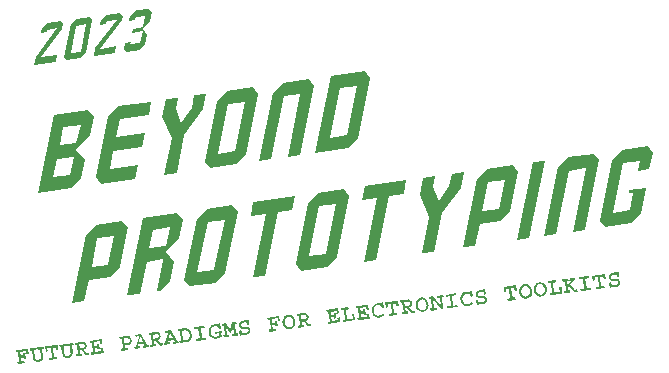
<source format=gto>
G04*
G04 #@! TF.GenerationSoftware,Altium Limited,Altium Designer,23.3.1 (30)*
G04*
G04 Layer_Color=65535*
%FSLAX44Y44*%
%MOMM*%
G71*
G04*
G04 #@! TF.SameCoordinates,9821F40D-38B2-4F82-885C-9BFABF201401*
G04*
G04*
G04 #@! TF.FilePolarity,Positive*
G04*
G01*
G75*
G36*
X225932Y354459D02*
X224471Y346088D01*
X218372Y339669D01*
X218364Y339648D01*
X218354Y339628D01*
X218355Y339624D01*
X218353Y339620D01*
X218362Y339599D01*
X218369Y339578D01*
X222200Y334935D01*
X220499Y326602D01*
X215987Y322120D01*
X204389Y320460D01*
X202232Y323023D01*
X203236Y328047D01*
X208139Y328747D01*
X207851Y326695D01*
X207854Y326686D01*
X207851Y326676D01*
X207860Y326661D01*
X207865Y326644D01*
X207873Y326639D01*
X207878Y326631D01*
X207895Y326626D01*
X207910Y326618D01*
X207920Y326620D01*
X207929Y326618D01*
X215805Y327743D01*
X215817Y327750D01*
X215831Y327752D01*
X215839Y327763D01*
X215851Y327770D01*
X215854Y327783D01*
X215862Y327794D01*
X218327Y337617D01*
X218325Y337631D01*
X218328Y337644D01*
X218321Y337656D01*
X218319Y337669D01*
X218308Y337677D01*
X218301Y337689D01*
X218288Y337692D01*
X218277Y337701D01*
X218263Y337699D01*
X218250Y337702D01*
X209401Y336441D01*
X210061Y339775D01*
X218789Y341017D01*
X218802Y341025D01*
X218818Y341028D01*
X218824Y341038D01*
X218834Y341044D01*
X218838Y341059D01*
X218847Y341073D01*
X220653Y350804D01*
X220651Y350815D01*
X220654Y350826D01*
X220646Y350840D01*
X220642Y350855D01*
X220633Y350862D01*
X220627Y350872D01*
X220611Y350875D01*
X220598Y350884D01*
X220587Y350882D01*
X220576Y350885D01*
X212612Y349754D01*
X212601Y349747D01*
X212588Y349746D01*
X212579Y349734D01*
X212567Y349727D01*
X212564Y349714D01*
X212556Y349704D01*
X211971Y347565D01*
X207125Y346875D01*
X207931Y350919D01*
X212403Y355390D01*
X223986Y357030D01*
X225932Y354459D01*
D02*
G37*
G36*
X201405Y350942D02*
X200560Y347182D01*
X182604Y323123D01*
X182598Y323097D01*
X182591Y323072D01*
X182591Y323072D01*
X182591Y323072D01*
X182609Y323041D01*
X182618Y323027D01*
X182618D01*
X182618Y323027D01*
X182644Y323020D01*
X182669Y323014D01*
X195992Y324916D01*
X194833Y319092D01*
X176985Y316536D01*
X178352Y323273D01*
X196306Y347321D01*
X196312Y347347D01*
X196318Y347371D01*
X196318Y347371D01*
X196318Y347371D01*
X196306Y347393D01*
X196292Y347416D01*
X196292Y347417D01*
X196292Y347417D01*
X196269Y347422D01*
X196241Y347430D01*
X187871Y346242D01*
X187860Y346236D01*
X187847Y346234D01*
X187838Y346223D01*
X187826Y346216D01*
X187823Y346203D01*
X187815Y346193D01*
X187225Y344050D01*
X182341Y343357D01*
X183121Y347399D01*
X187684Y351893D01*
X199109Y353510D01*
X201405Y350942D01*
D02*
G37*
G36*
X175814Y347333D02*
X170169Y319406D01*
X165641Y314916D01*
X154189Y313278D01*
X152061Y315845D01*
X157750Y343801D01*
X162285Y348296D01*
X173683Y349908D01*
X175814Y347333D01*
D02*
G37*
G36*
X151213Y343825D02*
X150371Y340058D01*
X132369Y315955D01*
X132363Y315930D01*
X132356Y315904D01*
X132356Y315904D01*
Y315904D01*
X132366Y315887D01*
X132383Y315858D01*
X132383D01*
X132383Y315858D01*
X132407Y315852D01*
X132434Y315845D01*
X145808Y317755D01*
X144652Y311911D01*
X126708Y309344D01*
X128078Y316099D01*
X146070Y340191D01*
X146075Y340211D01*
X146083Y340242D01*
X146083Y340242D01*
X146083Y340242D01*
X146075Y340255D01*
X146056Y340287D01*
X146056Y340287D01*
X146056Y340287D01*
X146034Y340293D01*
X146005Y340300D01*
X137623Y339112D01*
X137612Y339105D01*
X137599Y339103D01*
X137590Y339092D01*
X137578Y339085D01*
X137575Y339072D01*
X137566Y339062D01*
X136977Y336916D01*
X132057Y336216D01*
X132837Y340274D01*
X137418Y344778D01*
X148900Y346403D01*
X151213Y343825D01*
D02*
G37*
G36*
X269749Y271655D02*
X253541Y250165D01*
X253537Y250150D01*
X253529Y250137D01*
X247050Y217929D01*
X236565Y216432D01*
X242883Y247431D01*
X242879Y247451D01*
X242878Y247472D01*
X235044Y265541D01*
X238014Y280070D01*
X248294Y281528D01*
X246343Y272294D01*
X246346Y272274D01*
X246346Y272254D01*
X251023Y260483D01*
X251037Y260469D01*
X251048Y260452D01*
X251055Y260450D01*
X251060Y260445D01*
X251080Y260445D01*
X251099Y260441D01*
X251105Y260445D01*
X251113Y260444D01*
X251127Y260458D01*
X251144Y260469D01*
X259935Y273007D01*
X259938Y273021D01*
X259946Y273033D01*
X262078Y283483D01*
X272400Y284947D01*
X269749Y271655D01*
D02*
G37*
G36*
X410869Y298473D02*
X400324Y246908D01*
X391978Y238625D01*
X364183Y234656D01*
X377631Y299872D01*
X406290Y303937D01*
X410869Y298473D01*
D02*
G37*
G36*
X363586Y291782D02*
X351313Y232818D01*
X341027Y231349D01*
X351892Y284750D01*
X351890Y284762D01*
X351893Y284773D01*
X351885Y284786D01*
X351882Y284801D01*
X351872Y284808D01*
X351866Y284818D01*
X351851Y284822D01*
X351839Y284831D01*
X351827Y284828D01*
X351815Y284832D01*
X338250Y282905D01*
X338237Y282897D01*
X338222Y282894D01*
X338215Y282884D01*
X338204Y282878D01*
X338201Y282864D01*
X338192Y282851D01*
X327227Y229378D01*
X316926Y227907D01*
X328471Y285798D01*
X336826Y294085D01*
X359079Y297241D01*
X363586Y291782D01*
D02*
G37*
G36*
X316334Y285067D02*
X305888Y233431D01*
X297529Y225137D01*
X275704Y222021D01*
X271178Y227481D01*
X281709Y279155D01*
X290080Y287455D01*
X311811Y290537D01*
X316334Y285067D01*
D02*
G37*
G36*
X650420Y235142D02*
X647458Y220977D01*
X637369Y219543D01*
X639383Y228105D01*
X639381Y228118D01*
X639384Y228131D01*
X639377Y228143D01*
X639375Y228157D01*
X639364Y228165D01*
X639358Y228176D01*
X639344Y228180D01*
X639332Y228188D01*
X639319Y228186D01*
X639307Y228189D01*
X625002Y226156D01*
X624988Y226148D01*
X624973Y226145D01*
X624966Y226135D01*
X624956Y226129D01*
X624953Y226114D01*
X624944Y226101D01*
X616878Y184286D01*
X616881Y184275D01*
X616878Y184263D01*
X616886Y184250D01*
X616889Y184235D01*
X616898Y184228D01*
X616904Y184218D01*
X616920Y184214D01*
X616933Y184205D01*
X616944Y184208D01*
X616955Y184205D01*
X630657Y186157D01*
X630671Y186166D01*
X630686Y186169D01*
X630693Y186178D01*
X630702Y186184D01*
X630706Y186200D01*
X630715Y186213D01*
X633426Y201153D01*
X633423Y201164D01*
X633426Y201175D01*
X633418Y201189D01*
X633415Y201205D01*
X633405Y201211D01*
X633399Y201221D01*
X633384Y201225D01*
X633370Y201233D01*
X633359Y201231D01*
X633348Y201234D01*
X629729Y200718D01*
X630226Y203232D01*
X644697Y205292D01*
X640471Y183354D01*
X632111Y175056D01*
X609718Y171863D01*
X605193Y177341D01*
X615694Y229214D01*
X624062Y237437D01*
X645844Y240531D01*
X650420Y235142D01*
D02*
G37*
G36*
X223338Y266686D02*
X199300Y263272D01*
X199288Y263265D01*
X199274Y263263D01*
X199266Y263252D01*
X199255Y263246D01*
X199252Y263232D01*
X199243Y263220D01*
X195621Y248058D01*
X195623Y248045D01*
X195620Y248032D01*
X195627Y248020D01*
X195629Y248006D01*
X195640Y247999D01*
X195647Y247987D01*
X195660Y247984D01*
X195672Y247975D01*
X195685Y247977D01*
X195698Y247974D01*
X220475Y251498D01*
X218099Y239863D01*
X193349Y236338D01*
X193335Y236330D01*
X193319Y236327D01*
X193313Y236317D01*
X193304Y236312D01*
X193300Y236296D01*
X193291Y236282D01*
X190610Y221259D01*
X190613Y221248D01*
X190610Y221237D01*
X190618Y221223D01*
X190622Y221207D01*
X190631Y221201D01*
X190637Y221192D01*
X190652Y221187D01*
X190666Y221179D01*
X190677Y221181D01*
X190688Y221178D01*
X214674Y224600D01*
X212296Y212966D01*
X183407Y208841D01*
X178863Y214306D01*
X189385Y266058D01*
X197684Y274350D01*
X225654Y278317D01*
X223338Y266686D01*
D02*
G37*
G36*
X176833Y265262D02*
X173748Y249676D01*
X162317Y237754D01*
X162308Y237733D01*
X162298Y237713D01*
X162299Y237709D01*
X162297Y237705D01*
X162307Y237684D01*
X162313Y237663D01*
X169461Y229060D01*
X166308Y213508D01*
X158005Y205213D01*
X130012Y201216D01*
X143337Y266642D01*
X172278Y270747D01*
X176833Y265262D01*
D02*
G37*
G36*
X487748Y205119D02*
X471493Y183562D01*
X471489Y183547D01*
X471480Y183534D01*
X464969Y151222D01*
X454461Y149724D01*
X460810Y180821D01*
X460806Y180842D01*
X460806Y180863D01*
X452967Y198988D01*
X455951Y213559D01*
X466253Y215022D01*
X464292Y205760D01*
X464296Y205740D01*
X464295Y205720D01*
X468976Y193913D01*
X468989Y193899D01*
X469000Y193882D01*
X469007Y193880D01*
X469012Y193875D01*
X469032Y193875D01*
X469051Y193871D01*
X469058Y193874D01*
X469065Y193874D01*
X469079Y193888D01*
X469096Y193899D01*
X477913Y206475D01*
X477916Y206489D01*
X477924Y206501D01*
X480066Y216983D01*
X490413Y218452D01*
X487748Y205119D01*
D02*
G37*
G36*
X605097Y228626D02*
X592775Y169447D01*
X582455Y167974D01*
X593366Y221567D01*
X593364Y221579D01*
X593367Y221591D01*
X593359Y221604D01*
X593356Y221619D01*
X593346Y221626D01*
X593340Y221636D01*
X593325Y221640D01*
X593313Y221648D01*
X593301Y221646D01*
X593289Y221649D01*
X579683Y219714D01*
X579670Y219707D01*
X579655Y219704D01*
X579648Y219694D01*
X579638Y219688D01*
X579634Y219673D01*
X579625Y219660D01*
X568614Y166000D01*
X558283Y164527D01*
X569878Y222615D01*
X578258Y230931D01*
X600577Y234103D01*
X605097Y228626D01*
D02*
G37*
G36*
X545560Y162714D02*
X535243Y161243D01*
X548656Y226726D01*
X559058Y228204D01*
X545560Y162714D01*
D02*
G37*
G36*
X536492Y218778D02*
X529701Y185229D01*
X521314Y176906D01*
X503713Y174399D01*
X503699Y174391D01*
X503684Y174388D01*
X503678Y174378D01*
X503668Y174372D01*
X503664Y174357D01*
X503655Y174344D01*
X500052Y156225D01*
X489633Y154739D01*
X501226Y212770D01*
X509619Y221182D01*
X531946Y224353D01*
X536492Y218778D01*
D02*
G37*
G36*
X439226Y199750D02*
X427246Y198047D01*
X427233Y198039D01*
X427218Y198036D01*
X427211Y198026D01*
X427201Y198020D01*
X427197Y198005D01*
X427189Y197992D01*
X416187Y144266D01*
X405851Y142792D01*
X416845Y196476D01*
X416843Y196487D01*
X416846Y196499D01*
X416838Y196512D01*
X416835Y196527D01*
X416825Y196534D01*
X416819Y196544D01*
X416804Y196548D01*
X416791Y196557D01*
X416780Y196554D01*
X416768Y196557D01*
X404189Y194769D01*
X406584Y206547D01*
X441683Y211532D01*
X439226Y199750D01*
D02*
G37*
G36*
X393371Y198530D02*
X382890Y146653D01*
X374488Y138320D01*
X352547Y135191D01*
X347996Y140678D01*
X358564Y192582D01*
X366975Y200921D01*
X388820Y204023D01*
X393371Y198530D01*
D02*
G37*
G36*
X621849Y129752D02*
X620066Y129523D01*
X619815Y131454D01*
X619804Y131473D01*
X619795Y131494D01*
X619791Y131496D01*
X619789Y131500D01*
X619767Y131505D01*
X619767Y131505D01*
X619784Y131554D01*
X618606Y131788D01*
X618604Y131776D01*
X618604Y131776D01*
X618605Y131786D01*
X617963Y131914D01*
X617876Y131897D01*
X617877Y131817D01*
X617877D01*
X617876Y131886D01*
X617391Y131790D01*
X617391Y131788D01*
X616435Y131598D01*
X616457Y131541D01*
X616456Y131541D01*
X616437Y131590D01*
X616385Y131580D01*
X616064Y131365D01*
X616068Y131357D01*
X616068D01*
X616064Y131364D01*
X615731Y131141D01*
X615732Y131141D01*
X615448Y130951D01*
X615426Y130918D01*
X615429Y130915D01*
X615241Y130633D01*
X615236Y130631D01*
X615231Y130620D01*
X615232Y130620D01*
X615232Y130620D01*
X615231Y130620D01*
X615229Y130616D01*
X615047Y130344D01*
X615049Y130343D01*
X614993Y130258D01*
X614950Y130044D01*
X614951Y130044D01*
X614892Y129750D01*
X614899Y129749D01*
X614832Y129755D01*
X614783Y129637D01*
X614857Y129458D01*
X614849Y129457D01*
X615220Y128562D01*
X615596Y128406D01*
X615598Y128410D01*
X615804Y128272D01*
X615856Y128262D01*
X615853Y128254D01*
X616141Y128197D01*
X616141Y128196D01*
X616415Y128142D01*
X616415Y128141D01*
X616421Y128140D01*
X616425Y128138D01*
X616427Y128139D01*
X616672Y128090D01*
X616671Y128084D01*
X616903Y128038D01*
X616905Y128092D01*
X616905D01*
X616904Y128065D01*
X617095Y128040D01*
X617096Y128085D01*
X617097Y128085D01*
X617096Y128018D01*
X617222Y128006D01*
X618170Y128099D01*
X618169Y128110D01*
X618716Y128133D01*
X618718Y128075D01*
X619238Y128144D01*
X619263Y128140D01*
X619263Y128088D01*
X619794Y128018D01*
X619801Y128125D01*
X619801D01*
X619796Y128045D01*
X620305Y127944D01*
X620322Y128046D01*
X620305Y127943D01*
X620796Y127846D01*
X620795Y127842D01*
X621066Y127788D01*
X621254Y127662D01*
X621253Y127659D01*
X621950Y127193D01*
X622060Y127029D01*
X622057Y127026D01*
X622334Y126612D01*
X622336Y126613D01*
X622548Y126296D01*
X622713Y125465D01*
X622829Y125480D01*
X622830Y125480D01*
X622712Y125464D01*
X622795Y125044D01*
X622553Y123828D01*
X621864Y122796D01*
X621743Y122715D01*
X621801Y122651D01*
X621800Y122650D01*
X621760Y122692D01*
X621229Y122337D01*
X621301Y122236D01*
X621229Y122337D01*
X620679Y121969D01*
X620723Y121883D01*
D01*
X620681Y121966D01*
X620276Y121695D01*
X620059Y121652D01*
X620037Y121712D01*
X619492Y121486D01*
X618613Y121371D01*
X618628Y121247D01*
X618628Y121247D01*
X618613Y121360D01*
X617868Y121212D01*
X616236Y121537D01*
X616207Y121442D01*
X616206Y121443D01*
X616229Y121519D01*
X616022Y121605D01*
X616000Y121539D01*
X615674Y121674D01*
X615657Y121618D01*
X615638Y121626D01*
X615634Y121624D01*
X615629Y121625D01*
X615610Y121614D01*
X615589Y121606D01*
X615587Y121601D01*
X615583Y121599D01*
X615578Y121578D01*
X615569Y121557D01*
X615571Y121553D01*
X615570Y121548D01*
X615656Y120866D01*
X613875Y120637D01*
X613330Y124859D01*
X615111Y125090D01*
X615308Y123573D01*
X615319Y123554D01*
X615327Y123533D01*
X615331Y123532D01*
X615334Y123527D01*
X615350Y123523D01*
X615350Y123523D01*
X616216Y123165D01*
X616229Y123212D01*
X616229Y123212D01*
X616224Y123196D01*
X616834Y123075D01*
X616834Y123075D01*
X616835Y123075D01*
X616845Y123071D01*
X616848Y123072D01*
X617750Y122893D01*
X617765Y122896D01*
X617765Y122994D01*
X617765Y122994D01*
X617765Y122904D01*
X618396Y123030D01*
X618397Y123023D01*
X619476Y123238D01*
X619467Y123268D01*
X619467Y123268D01*
X619474Y123247D01*
X619817Y123315D01*
X619916Y123381D01*
X619911Y123394D01*
X620252Y123622D01*
X620252Y123622D01*
X620266Y123628D01*
X620269Y123633D01*
X620557Y123826D01*
X620545Y123840D01*
X620545Y123840D01*
X620554Y123829D01*
X620637Y123885D01*
X620765Y124076D01*
X620766Y124077D01*
X620768Y124080D01*
X620771Y124085D01*
X620770Y124086D01*
X620770Y124086D01*
X620809Y124057D01*
X621204Y125011D01*
X621103Y125254D01*
X621121Y125256D01*
X620917Y125747D01*
X620915Y125746D01*
X620914Y125747D01*
X620917Y125748D01*
X620825Y125971D01*
X620792Y125944D01*
X620791Y125945D01*
X620826Y125972D01*
X620772Y126102D01*
X620447Y126237D01*
X620448Y126239D01*
X620230Y126329D01*
X620235Y126345D01*
X619994Y126393D01*
X619988Y126395D01*
X619975Y126401D01*
X619969Y126398D01*
X619725Y126447D01*
X619725Y126451D01*
X619437Y126508D01*
X619437Y126529D01*
X619356Y126545D01*
X619124Y126499D01*
X619127Y126451D01*
X619126Y126452D01*
X618185Y126396D01*
D01*
X617716Y126372D01*
X617713Y126437D01*
X617251Y126376D01*
X617251Y126358D01*
X617250Y126412D01*
X617136Y126397D01*
X616795Y126442D01*
X616795Y126454D01*
X616353Y126512D01*
X616341Y126392D01*
D01*
X616351Y126491D01*
X615924Y126576D01*
X615924Y126576D01*
X615505Y126659D01*
X615506Y126662D01*
X615103Y126742D01*
X615086Y126753D01*
X615088Y126759D01*
X614729Y127000D01*
X614668Y126896D01*
X614668Y126896D01*
X614728Y127000D01*
X614034Y127464D01*
X613850Y127739D01*
X613852Y127740D01*
X613373Y128457D01*
X613216Y129243D01*
X613213Y129242D01*
X613139Y129612D01*
X613376Y130802D01*
X613304Y130830D01*
X613304Y130830D01*
X613368Y130805D01*
X613388Y130906D01*
X614258Y132207D01*
X614944Y132666D01*
X614876Y132771D01*
X614876Y132771D01*
X614945Y132666D01*
X615693Y133166D01*
X616273Y133281D01*
X616242Y133391D01*
X616242Y133391D01*
X616272Y133286D01*
X617092Y133449D01*
X617077Y133559D01*
X617078Y133559D01*
X617092Y133449D01*
X617879Y133605D01*
X618542Y133473D01*
X618541Y133469D01*
X618997Y133378D01*
X619022Y133502D01*
X619023D01*
X618997Y133378D01*
X619438Y133291D01*
X619468Y133389D01*
X619487Y133381D01*
X619492Y133383D01*
X619496Y133381D01*
X619515Y133392D01*
X619536Y133401D01*
X619538Y133405D01*
X619542Y133408D01*
X619548Y133429D01*
X619556Y133450D01*
X619554Y133454D01*
X619555Y133458D01*
X619502Y133868D01*
X621286Y134100D01*
X621849Y129752D01*
D02*
G37*
G36*
X344865Y186337D02*
X332866Y184632D01*
X332853Y184624D01*
X332838Y184621D01*
X332831Y184611D01*
X332821Y184605D01*
X332817Y184590D01*
X332808Y184577D01*
X321814Y130809D01*
X311461Y129332D01*
X322447Y183058D01*
X322445Y183070D01*
X322448Y183081D01*
X322440Y183094D01*
X322437Y183109D01*
X322427Y183116D01*
X322421Y183127D01*
X322406Y183130D01*
X322394Y183139D01*
X322382Y183137D01*
X322370Y183140D01*
X309770Y181349D01*
X312164Y193135D01*
X347321Y198129D01*
X344865Y186337D01*
D02*
G37*
G36*
X596496Y128824D02*
X593185Y128394D01*
X593185Y128394D01*
X593139Y128368D01*
Y128368D01*
X593139D01*
X593134Y128349D01*
X593126Y128317D01*
X594169Y120263D01*
X594184Y120237D01*
X594195Y120218D01*
X594195D01*
Y120218D01*
X594232Y120208D01*
X594246Y120204D01*
X594246D01*
D01*
D01*
X597557Y120632D01*
X597791Y118831D01*
X589124Y117708D01*
X588890Y119509D01*
X592265Y119947D01*
X592265Y119947D01*
X592310Y119973D01*
X592324Y120024D01*
X591281Y128077D01*
X591262Y128111D01*
X591255Y128123D01*
X591255D01*
Y128123D01*
X591218Y128133D01*
X591204Y128137D01*
X591204D01*
D01*
D01*
X587829Y127701D01*
X587594Y129505D01*
X596262Y130628D01*
X596496Y128824D01*
D02*
G37*
G36*
X610426Y127974D02*
X608623Y127742D01*
X608292Y130282D01*
X608292Y130282D01*
X608292Y130282D01*
D01*
X608288Y130289D01*
X608266Y130328D01*
X608266D01*
X608266Y130328D01*
X608242Y130335D01*
X608215Y130342D01*
X605669Y130013D01*
X605623Y129986D01*
X605610Y129936D01*
X606653Y121877D01*
X606679Y121832D01*
X606679D01*
Y121832D01*
X606691Y121828D01*
X606730Y121818D01*
X606730Y121818D01*
D01*
X609188Y122138D01*
X609422Y120337D01*
X602586Y119450D01*
X602352Y121251D01*
X604790Y121568D01*
X604790Y121568D01*
X604835Y121595D01*
Y121595D01*
X604835D01*
X604838Y121606D01*
X604849Y121645D01*
X603806Y129701D01*
X603791Y129728D01*
X603779Y129747D01*
X603779D01*
Y129747D01*
X603742Y129757D01*
X603729Y129761D01*
X603729D01*
D01*
D01*
X601182Y129432D01*
X601182Y129432D01*
D01*
X601136Y129406D01*
X601129Y129379D01*
X601123Y129355D01*
X601123Y129355D01*
D01*
X601453Y126812D01*
X599649Y126578D01*
X599076Y130990D01*
X609856Y132386D01*
X610426Y127974D01*
D02*
G37*
G36*
X557022Y125074D02*
X558667Y123974D01*
X559162Y123234D01*
X559264Y123305D01*
X559265Y123303D01*
X559165Y123230D01*
X559623Y122633D01*
X560020Y121675D01*
X560137Y121721D01*
X560137Y121721D01*
X560020Y121675D01*
X560332Y120922D01*
X560457Y119970D01*
X560581Y119986D01*
X560581Y119985D01*
X560458Y119968D01*
X560596Y118919D01*
X560414Y117534D01*
X560402Y117536D01*
X560200Y116518D01*
X560205Y116516D01*
X560199Y116490D01*
X559013Y114715D01*
X557239Y113529D01*
X555915Y113266D01*
X555915Y113262D01*
X555222Y113124D01*
X553161Y113534D01*
X551413Y114702D01*
X550303Y116363D01*
X550264Y116346D01*
X550263Y116347D01*
X550375Y116398D01*
X549967Y117383D01*
X549957Y117381D01*
X549926Y117456D01*
X549782Y118544D01*
X549659Y118528D01*
X549659Y118528D01*
X549782Y118545D01*
X549659Y119481D01*
X549904Y121337D01*
X549950Y121325D01*
X550108Y122120D01*
X550667Y122957D01*
X550667Y122957D01*
X551335Y123955D01*
X551810Y124273D01*
X551812Y124270D01*
X552983Y125052D01*
X554355Y125325D01*
X554342Y125433D01*
X554344Y125434D01*
X554361Y125317D01*
X555080Y125460D01*
X557022Y125074D01*
D02*
G37*
G36*
X568232Y125163D02*
X565797Y124848D01*
D01*
X565797D01*
X565780Y124838D01*
X565751Y124821D01*
X565738Y124771D01*
D01*
Y124771D01*
X566781Y116717D01*
X566796Y116691D01*
X566807Y116671D01*
X566807D01*
Y116671D01*
X566844Y116662D01*
X566858Y116658D01*
X566858D01*
D01*
D01*
X571594Y117269D01*
X571640Y117296D01*
Y117296D01*
X571640D01*
X571653Y117346D01*
X571187Y120950D01*
X572993Y121185D01*
X573703Y115711D01*
X563260Y114359D01*
X563025Y116160D01*
X564938Y116406D01*
X564938Y116406D01*
X564939Y116406D01*
X564969Y116423D01*
X564984Y116432D01*
Y116432D01*
X564984Y116432D01*
X564994Y116469D01*
X564998Y116483D01*
Y116483D01*
Y116483D01*
X563955Y124542D01*
X563928Y124587D01*
X563878Y124601D01*
X563877Y124601D01*
X561964Y124353D01*
X561733Y126157D01*
X568000Y126969D01*
X568232Y125163D01*
D02*
G37*
G36*
X544494Y123451D02*
X546143Y122350D01*
X546637Y121610D01*
X546739Y121681D01*
X546740Y121679D01*
X546640Y121606D01*
X547098Y121009D01*
X547495Y120051D01*
X547612Y120097D01*
X547612Y120097D01*
X547495Y120051D01*
X547807Y119298D01*
X547932Y118346D01*
X548056Y118362D01*
X548056Y118361D01*
X547933Y118344D01*
X548071Y117296D01*
X547889Y115911D01*
X547877Y115913D01*
X547675Y114895D01*
X547679Y114893D01*
X547674Y114866D01*
X546489Y113093D01*
X544716Y111908D01*
X543390Y111644D01*
X543391Y111641D01*
X542696Y111503D01*
X540634Y111913D01*
X538886Y113081D01*
X537776Y114742D01*
X537737Y114725D01*
X537736Y114726D01*
X537848Y114777D01*
X537439Y115763D01*
X537430Y115760D01*
X537399Y115835D01*
X537255Y116925D01*
X537132Y116909D01*
X537132Y116909D01*
X537255Y116926D01*
X537132Y117860D01*
X537376Y119715D01*
X537422Y119702D01*
X537580Y120497D01*
X538140Y121334D01*
X538140Y121334D01*
X538808Y122333D01*
X539282Y122650D01*
X539285Y122647D01*
X540458Y123431D01*
X541828Y123703D01*
X541815Y123812D01*
X541817Y123813D01*
X541834Y123696D01*
X542551Y123838D01*
X544494Y123451D01*
D02*
G37*
G36*
X584745Y127301D02*
X583477Y127137D01*
X583454Y127124D01*
X583432Y127112D01*
X580402Y123306D01*
X580396Y123283D01*
X580387Y123261D01*
X580388Y123258D01*
X580388Y123256D01*
X580399Y123235D01*
X580409Y123213D01*
X580691Y122948D01*
D01*
X580879Y122770D01*
X580879D01*
X581087Y122573D01*
X581087D01*
X581307Y122361D01*
X581307D01*
X581530Y122144D01*
Y122144D01*
X581750Y121926D01*
X581958Y121715D01*
X581931Y121688D01*
X582096Y121473D01*
X582146Y121519D01*
X582146Y121519D01*
X582078Y121456D01*
X582220Y121271D01*
X582303Y121342D01*
X582303Y121342D01*
X582725Y120860D01*
X582725Y120860D01*
X582928Y120624D01*
D01*
X583126Y120390D01*
D01*
X583321Y120155D01*
D01*
X583511Y119920D01*
X583698Y119683D01*
X583607Y119613D01*
X583992Y119143D01*
X583991Y119142D01*
X584187Y118903D01*
X584247Y118945D01*
X584252Y118933D01*
X584256Y118932D01*
X584258Y118928D01*
X584280Y118922D01*
X584300Y118913D01*
X584305Y118915D01*
X584309Y118914D01*
X586348Y119180D01*
X586582Y117379D01*
X583586Y116991D01*
X583363Y117408D01*
X583195Y117613D01*
X583208Y117622D01*
X582953Y117932D01*
X582915Y117905D01*
Y117905D01*
X582959Y117936D01*
X582433Y118576D01*
X582453Y118592D01*
X581082Y120198D01*
X581079Y120196D01*
X581079Y120197D01*
X581083Y120200D01*
X580177Y121262D01*
X580145Y121289D01*
X580092Y121236D01*
X580092Y121236D01*
X580092Y121237D01*
X579908Y121416D01*
X579908Y121417D01*
X579908Y121417D01*
X579725Y121592D01*
X579724Y121592D01*
X579768Y121639D01*
X579570Y121790D01*
X579563Y121783D01*
X579374Y121928D01*
X579364Y121916D01*
X579363Y121919D01*
X579341Y121925D01*
X579320Y121934D01*
X579316Y121932D01*
X579312Y121934D01*
X579292Y121923D01*
X579272Y121914D01*
X579270Y121910D01*
X579266Y121908D01*
X578246Y120628D01*
X578246Y120628D01*
X578246Y120628D01*
X578239Y120602D01*
X578232Y120578D01*
X578232Y120577D01*
X578232Y120577D01*
X578535Y118238D01*
X578561Y118193D01*
X578612Y118179D01*
X580171Y118381D01*
X580405Y116580D01*
X575348Y115924D01*
X575113Y117725D01*
X576690Y117930D01*
X576735Y117956D01*
X576749Y118007D01*
X575706Y126063D01*
X575680Y126108D01*
X575629Y126122D01*
X574053Y125918D01*
X573821Y127722D01*
X578875Y128377D01*
X579109Y126571D01*
X577551Y126369D01*
X577505Y126343D01*
X577492Y126292D01*
X577910Y123059D01*
X577923Y123037D01*
X577936Y123014D01*
X577936Y123014D01*
X577937Y123013D01*
X577962Y123007D01*
X577986Y123000D01*
X577987Y123000D01*
X577988Y123000D01*
X578010Y123013D01*
X578032Y123025D01*
X580972Y126695D01*
X580972Y126695D01*
X580973Y126696D01*
X580980Y126720D01*
X580987Y126745D01*
X580986Y126746D01*
X580987Y126746D01*
X580974Y126769D01*
X580961Y126791D01*
X580961Y126791D01*
X580960Y126792D01*
X580936Y126799D01*
X580911Y126806D01*
X580910Y126805D01*
X580910Y126806D01*
X580122Y126704D01*
X579890Y128508D01*
X584513Y129107D01*
X584745Y127301D01*
D02*
G37*
G36*
X298929Y185112D02*
X288458Y133195D01*
X280046Y124854D01*
X258071Y121718D01*
X253508Y127208D01*
X264066Y179152D01*
X272487Y187498D01*
X294367Y190608D01*
X298929Y185112D01*
D02*
G37*
G36*
X509116Y115153D02*
X507335Y114922D01*
X507084Y116858D01*
X507073Y116877D01*
X507065Y116898D01*
X507060Y116900D01*
X507058Y116904D01*
X507037Y116910D01*
X507036Y116910D01*
X507052Y116956D01*
X505874Y117191D01*
X505872Y117178D01*
X505872Y117178D01*
X505873Y117190D01*
X505390Y117286D01*
X505389Y117278D01*
X505239Y117308D01*
X504898Y117241D01*
X504901Y117207D01*
X504901D01*
X504899Y117237D01*
X504658Y117189D01*
X504658Y117190D01*
X503702Y117000D01*
X503724Y116944D01*
X503723Y116944D01*
X503704Y116992D01*
X503650Y116981D01*
X503331Y116768D01*
X503331Y116767D01*
X502999Y116545D01*
X503001Y116542D01*
X503001D01*
X502999Y116544D01*
X502717Y116355D01*
X502694Y116321D01*
X502697Y116318D01*
X502509Y116037D01*
X502504Y116035D01*
X502499Y116024D01*
X502500Y116023D01*
D01*
X502499Y116024D01*
X502497Y116019D01*
X502316Y115747D01*
X502318Y115746D01*
X502262Y115663D01*
X502219Y115447D01*
X502220Y115447D01*
X502161Y115152D01*
X502169Y115151D01*
Y115151D01*
X502100Y115157D01*
X502052Y115039D01*
X502126Y114859D01*
X502119Y114858D01*
X502489Y113965D01*
X502865Y113809D01*
X502867Y113813D01*
X503073Y113675D01*
X503124Y113665D01*
X503121Y113658D01*
X503409Y113600D01*
X503408Y113599D01*
X503682Y113545D01*
X503682Y113544D01*
X503687Y113543D01*
X503693Y113541D01*
X503694Y113542D01*
X503939Y113493D01*
X503941Y113512D01*
D01*
X503938Y113487D01*
X504169Y113441D01*
X504172Y113494D01*
X504172Y113494D01*
X504170Y113467D01*
X504361Y113441D01*
X504362Y113487D01*
X504364Y113486D01*
X504363Y113420D01*
X504488Y113407D01*
X505436Y113501D01*
X505436Y113512D01*
X505983Y113534D01*
X505985Y113477D01*
X506505Y113545D01*
X506530Y113542D01*
X506530Y113489D01*
X507061Y113419D01*
X507068Y113527D01*
X507068D01*
X507063Y113447D01*
X507572Y113345D01*
X507592Y113467D01*
X507572Y113345D01*
X508064Y113247D01*
X508062Y113243D01*
X508335Y113189D01*
X508522Y113064D01*
X508521Y113061D01*
X509221Y112593D01*
X509330Y112430D01*
X509326Y112428D01*
X509602Y112015D01*
X509705Y112073D01*
X509705Y112073D01*
X509603Y112016D01*
X509813Y111701D01*
X509877Y111380D01*
X509985Y111412D01*
X509985Y111412D01*
X509878Y111380D01*
X509980Y110869D01*
X510096Y110884D01*
X510096Y110884D01*
X509978Y110868D01*
X510062Y110447D01*
X509820Y109230D01*
X509130Y108198D01*
X509009Y108117D01*
X509068Y108053D01*
X509067Y108052D01*
X509027Y108094D01*
X508496Y107739D01*
X508567Y107638D01*
X508496Y107739D01*
X507946Y107372D01*
X507990Y107286D01*
X507990Y107286D01*
X507948Y107368D01*
X507546Y107099D01*
X507326Y107055D01*
X507304Y107115D01*
X506763Y106891D01*
X505880Y106775D01*
X505895Y106651D01*
X505895Y106651D01*
X505879Y106764D01*
X505130Y106615D01*
X503503Y106939D01*
X503474Y106844D01*
X503474Y106844D01*
X503498Y106925D01*
X503292Y107011D01*
X503260Y106917D01*
X503078Y106978D01*
X503092Y107020D01*
X502935Y107051D01*
X502926Y107022D01*
X502907Y107030D01*
X502903Y107028D01*
X502898Y107029D01*
X502879Y107018D01*
X502859Y107010D01*
X502857Y107005D01*
X502853Y107003D01*
X502847Y106982D01*
X502838Y106961D01*
X502840Y106957D01*
X502839Y106952D01*
X502928Y106270D01*
X501142Y106038D01*
X500597Y110263D01*
X502380Y110492D01*
X502577Y108977D01*
X502588Y108958D01*
X502596Y108937D01*
X502601Y108935D01*
X502603Y108932D01*
X502619Y108927D01*
X502619Y108927D01*
X503484Y108568D01*
X503497Y108613D01*
X503497D01*
X503492Y108597D01*
X504407Y108415D01*
X504408Y108417D01*
X505010Y108297D01*
X505663Y108427D01*
X505664Y108422D01*
X506744Y108637D01*
X506735Y108667D01*
X506735Y108668D01*
X506742Y108646D01*
X507083Y108714D01*
X507184Y108781D01*
X507178Y108794D01*
X507520Y109022D01*
X507520Y109022D01*
X507520Y109022D01*
D01*
X507520Y109022D01*
X507534Y109028D01*
X507536Y109033D01*
X507825Y109226D01*
X507813Y109240D01*
X507813Y109240D01*
X507822Y109229D01*
X507903Y109284D01*
X508032Y109477D01*
X508034Y109478D01*
X508036Y109482D01*
X508038Y109486D01*
X508037Y109487D01*
X508038Y109487D01*
X508038Y109487D01*
X508255Y109811D01*
X508374Y110414D01*
X508329Y110641D01*
X508331Y110646D01*
X508328Y110653D01*
X508387Y110660D01*
X508184Y111150D01*
X508181Y111149D01*
X508181Y111150D01*
X508184Y111151D01*
X508092Y111373D01*
X508058Y111347D01*
X508058Y111347D01*
X508093Y111375D01*
X508039Y111503D01*
X507714Y111638D01*
X507715Y111640D01*
X507497Y111730D01*
X507502Y111746D01*
X507261Y111794D01*
X507256Y111796D01*
X507256Y111795D01*
X507256D01*
X507256Y111796D01*
X507243Y111801D01*
X507237Y111799D01*
X506993Y111847D01*
X506993Y111852D01*
X506706Y111909D01*
X506706Y111930D01*
X506635Y111944D01*
X506394Y111896D01*
X506396Y111850D01*
X506395Y111850D01*
X505455Y111797D01*
D01*
X504985Y111774D01*
X504981Y111872D01*
X504519Y111826D01*
X504519Y111813D01*
X504412Y111799D01*
X504063Y111845D01*
X504061Y111783D01*
X504063Y111857D01*
X503621Y111916D01*
X503609Y111795D01*
X503619Y111894D01*
X503192Y111979D01*
X503192Y111979D01*
X502773Y112062D01*
X502774Y112065D01*
X502368Y112145D01*
X502354Y112155D01*
X502357Y112161D01*
X501998Y112401D01*
X501937Y112297D01*
X501937Y112297D01*
X501997Y112401D01*
X501300Y112867D01*
X501117Y113141D01*
X501119Y113142D01*
X500639Y113860D01*
X500483Y114642D01*
X500480Y114642D01*
X500406Y115011D01*
X500643Y116201D01*
X500571Y116229D01*
X500571Y116229D01*
X500635Y116205D01*
X500655Y116306D01*
X501526Y117609D01*
X502211Y118067D01*
X502142Y118172D01*
X502142Y118172D01*
X502212Y118067D01*
X502961Y118568D01*
X503539Y118683D01*
X503509Y118793D01*
X503509Y118793D01*
X503539Y118687D01*
X504358Y118850D01*
X504344Y118961D01*
X504344Y118961D01*
X504359Y118850D01*
X505150Y119008D01*
X505811Y118876D01*
X505810Y118872D01*
X506267Y118781D01*
X506285Y118871D01*
X506267Y118781D01*
X506708Y118693D01*
X506738Y118793D01*
X506757Y118785D01*
X506761Y118787D01*
X506765Y118785D01*
X506785Y118797D01*
X506805Y118805D01*
X506807Y118809D01*
X506811Y118812D01*
X506817Y118833D01*
X506825Y118854D01*
X506824Y118858D01*
X506825Y118862D01*
X506772Y119272D01*
X508553Y119501D01*
X509116Y115153D01*
D02*
G37*
G36*
X535270Y118245D02*
X533466Y118011D01*
X533136Y120548D01*
Y120548D01*
X533136Y120548D01*
D01*
X533132Y120555D01*
X533110Y120594D01*
X533110D01*
X533110Y120594D01*
X533085Y120601D01*
X533059Y120608D01*
X530512Y120279D01*
D01*
X530512D01*
X530486Y120264D01*
X530467Y120252D01*
Y120252D01*
X530467D01*
X530457Y120215D01*
X530453Y120202D01*
D01*
Y120202D01*
X531496Y112146D01*
X531511Y112119D01*
X531523Y112100D01*
X531523D01*
Y112100D01*
X531560Y112090D01*
X531573Y112086D01*
X531573D01*
D01*
D01*
X534031Y112404D01*
X534265Y110603D01*
X527430Y109718D01*
X527196Y111519D01*
X529633Y111837D01*
X529633Y111837D01*
X529679Y111863D01*
Y111863D01*
X529679D01*
X529682Y111875D01*
X529693Y111914D01*
X528649Y119967D01*
X528640Y119984D01*
X528623Y120013D01*
X528572Y120027D01*
X528572D01*
D01*
D01*
X526028Y119698D01*
X526028Y119698D01*
D01*
X526024Y119695D01*
X525983Y119672D01*
Y119672D01*
X525983D01*
X525979Y119660D01*
X525969Y119621D01*
X525969Y119621D01*
D01*
X526299Y117081D01*
X524496Y116849D01*
X523922Y121261D01*
X534697Y122657D01*
X535270Y118245D01*
D02*
G37*
G36*
X252402Y178407D02*
X249306Y162850D01*
X237826Y150878D01*
X237818Y150857D01*
X237807Y150837D01*
X237808Y150833D01*
X237807Y150829D01*
X237816Y150808D01*
X237823Y150787D01*
X245085Y142073D01*
X241839Y126550D01*
X233499Y118215D01*
X230147Y117737D01*
X235396Y144485D01*
X235393Y144497D01*
X235396Y144508D01*
X235388Y144522D01*
X235385Y144537D01*
X235375Y144543D01*
X235369Y144553D01*
X235354Y144557D01*
X235341Y144566D01*
X235330Y144564D01*
X235319Y144566D01*
X221687Y142626D01*
X221674Y142618D01*
X221659Y142615D01*
X221652Y142605D01*
X221642Y142599D01*
X221638Y142585D01*
X221629Y142572D01*
X215817Y115694D01*
X205409Y114210D01*
X218792Y179873D01*
X247821Y183996D01*
X252402Y178407D01*
D02*
G37*
G36*
X497724Y113298D02*
X495943Y113067D01*
X495695Y114977D01*
X495684Y114996D01*
X495676Y115017D01*
X495671Y115019D01*
X495669Y115023D01*
X495654Y115027D01*
X495657Y115032D01*
X494745Y115410D01*
X494736Y115382D01*
X494736Y115382D01*
X494747Y115416D01*
X494100Y115545D01*
X494095Y115547D01*
X494082Y115553D01*
X494075Y115550D01*
X493441Y115676D01*
X493439Y115645D01*
X493441Y115671D01*
X493041Y115751D01*
X492774Y115698D01*
X492776Y115652D01*
X492776Y115652D01*
X492774Y115693D01*
X492444Y115627D01*
X492445Y115619D01*
X492445Y115619D01*
X492444Y115624D01*
X491466Y115430D01*
X490201Y114584D01*
X489356Y113319D01*
X489199Y112529D01*
X489197Y112524D01*
X489198Y112524D01*
X489198Y112524D01*
X489197Y112524D01*
X489192Y112512D01*
X489194Y112506D01*
X489038Y111717D01*
X489108Y111716D01*
Y111716D01*
X489019Y111718D01*
X488994Y111590D01*
X489151Y110801D01*
X489148Y110801D01*
X489408Y109492D01*
X489470Y109514D01*
X489470Y109514D01*
X489416Y109494D01*
X489465Y109247D01*
X489696Y108902D01*
X489700Y108904D01*
X490055Y108372D01*
X490055Y108371D01*
X490056Y108371D01*
Y108371D01*
X490055Y108371D01*
X490060Y108360D01*
X490065Y108358D01*
X490410Y107841D01*
X490418Y107849D01*
X490440Y107815D01*
X491471Y107126D01*
X491491Y107169D01*
X491491Y107169D01*
X491469Y107118D01*
X491537Y107073D01*
X492827Y106816D01*
X492826Y106806D01*
X492999Y106771D01*
X493614Y106894D01*
X493613Y106901D01*
X493614Y106901D01*
X493615Y106893D01*
X495009Y107170D01*
X495076Y107215D01*
X495040Y107299D01*
X495833Y107628D01*
X495886Y107668D01*
X495891Y107659D01*
X496549Y108164D01*
X496549Y108164D01*
X496552Y108166D01*
X496559Y108169D01*
X496560Y108172D01*
X497261Y108710D01*
X498453Y107591D01*
X498247Y107282D01*
X497545Y106813D01*
X497615Y106719D01*
X497615Y106719D01*
X497540Y106818D01*
X497043Y106436D01*
X497092Y106358D01*
X497092Y106358D01*
X497045Y106432D01*
X496800Y106244D01*
X496511Y106124D01*
X496513Y106120D01*
X495447Y105679D01*
X495492Y105563D01*
X495492Y105563D01*
X495447Y105679D01*
X494552Y105308D01*
X494547Y105329D01*
X494516Y105317D01*
X494174Y105271D01*
X494196Y105168D01*
X494195Y105168D01*
X494169Y105291D01*
X493894Y105236D01*
X493909Y105119D01*
X493909Y105119D01*
X493892Y105234D01*
X493042Y105065D01*
X491588Y105355D01*
X491586Y105349D01*
X490942Y105477D01*
X489244Y106612D01*
X488626Y107536D01*
X488521Y107468D01*
X488521Y107469D01*
X488614Y107532D01*
X488330Y107902D01*
X488166Y108298D01*
X488066Y108249D01*
X488066Y108249D01*
X488164Y108297D01*
X487595Y109672D01*
X487472Y110605D01*
X487348Y110588D01*
X487348Y110588D01*
X487472Y110605D01*
X487349Y111535D01*
X487581Y113292D01*
X487667Y113500D01*
X487668Y113499D01*
X487771Y114018D01*
X488479Y115076D01*
X488478Y115076D01*
X488967Y115808D01*
X490730Y116986D01*
X492206Y117280D01*
X492194Y117385D01*
X492195Y117386D01*
X492210Y117274D01*
X493015Y117434D01*
X493567Y117324D01*
X493566Y117319D01*
X494272Y117179D01*
X494300Y117299D01*
X494300D01*
X494272Y117178D01*
X494829Y117067D01*
X494826Y117059D01*
X494989Y117027D01*
X495038Y116994D01*
X495063Y117053D01*
X495063D01*
X495033Y116982D01*
X495178Y116885D01*
X495224Y116978D01*
X495224Y116978D01*
X495174Y116877D01*
X495274Y116811D01*
X495335Y116916D01*
X495347Y116912D01*
X495368Y116904D01*
X495372Y116906D01*
X495376Y116904D01*
X495396Y116916D01*
X495416Y116924D01*
X495418Y116928D01*
X495422Y116931D01*
X495428Y116952D01*
X495436Y116973D01*
X495434Y116977D01*
X495436Y116981D01*
X495331Y117790D01*
X497112Y118021D01*
X497724Y113298D01*
D02*
G37*
G36*
X456811Y112099D02*
X458458Y110998D01*
X458954Y110257D01*
X459056Y110328D01*
X459057Y110326D01*
X458957Y110253D01*
X459414Y109657D01*
X459812Y108698D01*
X459928Y108744D01*
X459928Y108743D01*
X459811Y108698D01*
X460123Y107945D01*
X460248Y106993D01*
X460372Y107009D01*
X460373Y107008D01*
X460249Y106991D01*
X460387Y105942D01*
X460205Y104557D01*
X460193Y104559D01*
X459991Y103541D01*
X459996Y103539D01*
X459990Y103512D01*
X458806Y101739D01*
X457034Y100555D01*
X455706Y100291D01*
X455707Y100288D01*
X455012Y100150D01*
X452951Y100560D01*
X451204Y101727D01*
X450095Y103388D01*
X450056Y103371D01*
X450055Y103371D01*
X450167Y103422D01*
X449758Y104408D01*
X449749Y104405D01*
X449717Y104482D01*
X449574Y105569D01*
X449450Y105553D01*
X449450Y105554D01*
X449574Y105570D01*
X449451Y106506D01*
X449695Y108361D01*
X449741Y108349D01*
X449899Y109144D01*
X450459Y109981D01*
X450459Y109980D01*
X451127Y110980D01*
X451601Y111297D01*
X451603Y111294D01*
X452777Y112078D01*
X454147Y112350D01*
X454134Y112459D01*
X454136Y112460D01*
X454153Y112343D01*
X454868Y112485D01*
X456811Y112099D01*
D02*
G37*
G36*
X443354Y110687D02*
X443606Y110637D01*
X443613Y110731D01*
D01*
X443605Y110633D01*
X443849Y110584D01*
X443849Y110583D01*
X444088Y110536D01*
X444088Y110536D01*
X444324Y110489D01*
X444324Y110487D01*
X444562Y110440D01*
X444591Y110510D01*
X444592Y110510D01*
X444565Y110444D01*
X444580Y110441D01*
X445569Y109780D01*
X446052Y109057D01*
X446152Y109111D01*
X446153Y109111D01*
X446053Y109056D01*
X446278Y108721D01*
X446404Y108084D01*
X446527Y108111D01*
X446527Y108111D01*
X446405Y108084D01*
X446474Y107737D01*
X446588Y107752D01*
X446588Y107751D01*
X446471Y107736D01*
X446563Y107276D01*
X446297Y105937D01*
X446196Y105787D01*
X446189Y105791D01*
X445791Y105195D01*
X445790Y105196D01*
X445669Y105016D01*
X445562Y104944D01*
X445627Y104872D01*
X445627Y104872D01*
X445560Y104946D01*
X445287Y104764D01*
D01*
X445023Y104587D01*
X445063Y104500D01*
X444279Y104146D01*
X444271Y104137D01*
X444259Y104132D01*
X444253Y104118D01*
X444243Y104107D01*
X444244Y104095D01*
X444239Y104084D01*
X444244Y104070D01*
X444245Y104055D01*
X444254Y104046D01*
X444258Y104035D01*
X447067Y101172D01*
X447072Y101170D01*
X447074Y101166D01*
X447095Y101160D01*
X447115Y101152D01*
X447120Y101153D01*
X447125Y101152D01*
X448622Y101344D01*
X448856Y99543D01*
X446221Y99204D01*
X445774Y99785D01*
X445775Y99785D01*
X444663Y101236D01*
X444614Y101190D01*
X442446Y103500D01*
X442440Y103503D01*
X442437Y103508D01*
X442417Y103513D01*
X442398Y103522D01*
X442392Y103520D01*
X442387Y103521D01*
X440781Y103313D01*
X440764Y103304D01*
X440735Y103287D01*
X440721Y103236D01*
Y103236D01*
D01*
D01*
X441084Y100438D01*
X441110Y100392D01*
X441161Y100379D01*
X441161Y100379D01*
X442637Y100570D01*
X442871Y98769D01*
X437894Y98126D01*
X437659Y99927D01*
X439238Y100129D01*
X439238Y100129D01*
X439239Y100129D01*
X439270Y100147D01*
X439284Y100155D01*
Y100156D01*
X439284Y100156D01*
X439293Y100190D01*
X439298Y100206D01*
X439298Y100206D01*
X439298Y100206D01*
X438255Y108262D01*
X438228Y108308D01*
X438177Y108322D01*
X438177Y108322D01*
X436681Y108128D01*
X436449Y109934D01*
X442055Y110660D01*
X442070Y110539D01*
X442583Y110607D01*
X442583Y110603D01*
X442840Y110637D01*
X442835Y110736D01*
D01*
X442840Y110632D01*
X443097Y110666D01*
X443097Y110712D01*
X443197Y110732D01*
X443355Y110701D01*
X443356Y110744D01*
X443354Y110687D01*
D02*
G37*
G36*
X205639Y171766D02*
X198864Y138125D01*
X190441Y129776D01*
X172738Y127254D01*
X172724Y127246D01*
X172709Y127243D01*
X172703Y127233D01*
X172693Y127227D01*
X172689Y127212D01*
X172680Y127199D01*
X169086Y109030D01*
X158606Y107536D01*
X170170Y165726D01*
X178599Y174164D01*
X201056Y177353D01*
X205639Y171766D01*
D02*
G37*
G36*
X422570Y103567D02*
X420784Y103335D01*
X420536Y105246D01*
X420525Y105265D01*
X420517Y105285D01*
X420512Y105287D01*
X420510Y105291D01*
X420495Y105295D01*
X420498Y105301D01*
X419589Y105677D01*
X419580Y105649D01*
X419580Y105649D01*
X419591Y105684D01*
X418944Y105813D01*
X418939Y105815D01*
Y105815D01*
X418926Y105820D01*
X418920Y105817D01*
X418285Y105944D01*
X418285Y105939D01*
X417882Y106019D01*
X417617Y105966D01*
X417620Y105920D01*
X417620Y105920D01*
X417617Y105961D01*
X417288Y105896D01*
X417289Y105888D01*
X417288Y105888D01*
X417288Y105893D01*
X416311Y105698D01*
X415045Y104853D01*
X414199Y103587D01*
X414043Y102798D01*
X414041Y102793D01*
X414042Y102793D01*
X414041Y102792D01*
X414040Y102793D01*
X414035Y102781D01*
X414038Y102774D01*
X413881Y101986D01*
X413951Y101984D01*
Y101984D01*
X413863Y101986D01*
X413837Y101858D01*
X413994Y101069D01*
X413992Y101069D01*
X414252Y99760D01*
X414314Y99782D01*
X414314Y99782D01*
X414260Y99763D01*
X414309Y99516D01*
X414541Y99170D01*
X414545Y99172D01*
X414900Y98640D01*
X414901Y98640D01*
X414901Y98640D01*
Y98640D01*
X414901Y98640D01*
X414905Y98629D01*
X414910Y98627D01*
X415255Y98110D01*
X415263Y98117D01*
X415285Y98083D01*
X416317Y97394D01*
X416337Y97437D01*
X416337Y97437D01*
X416315Y97386D01*
X416384Y97340D01*
X417674Y97083D01*
X417674Y97073D01*
X417851Y97037D01*
X418463Y97159D01*
X418462Y97167D01*
X418462Y97167D01*
X418464Y97159D01*
X419849Y97435D01*
X419920Y97483D01*
X419885Y97565D01*
X420675Y97893D01*
X420729Y97934D01*
X420734Y97925D01*
X421393Y98431D01*
X421393Y98431D01*
X421396Y98433D01*
X421403Y98435D01*
X421404Y98439D01*
X422107Y98979D01*
X423297Y97857D01*
X423091Y97549D01*
X422390Y97080D01*
X422460Y96986D01*
X422460Y96986D01*
X422385Y97085D01*
X421888Y96704D01*
X421937Y96625D01*
X421890Y96700D01*
X421647Y96513D01*
X421356Y96392D01*
X421358Y96388D01*
X420292Y95946D01*
X420337Y95831D01*
X420336Y95831D01*
X420291Y95947D01*
X419396Y95576D01*
X419390Y95596D01*
X419357Y95582D01*
X419016Y95537D01*
X419038Y95435D01*
X419038Y95435D01*
X419011Y95558D01*
X418734Y95503D01*
X418750Y95385D01*
X418750Y95385D01*
X418733Y95500D01*
X417887Y95332D01*
X416431Y95621D01*
X416430Y95616D01*
X415787Y95744D01*
X414088Y96879D01*
X413471Y97803D01*
X413365Y97735D01*
X413365Y97737D01*
X413458Y97799D01*
X413173Y98170D01*
X413010Y98565D01*
X412910Y98516D01*
X412910Y98516D01*
X413008Y98565D01*
X412439Y99940D01*
X412315Y100873D01*
X412192Y100857D01*
X412192Y100857D01*
X412315Y100874D01*
X412193Y101802D01*
X412424Y103559D01*
X412511Y103768D01*
X412512Y103768D01*
X412615Y104285D01*
X413323Y105344D01*
X413322Y105345D01*
X413811Y106076D01*
X415575Y107255D01*
X417049Y107548D01*
X417037Y107654D01*
X417038Y107654D01*
X417053Y107543D01*
X417851Y107702D01*
X418409Y107591D01*
X418408Y107586D01*
X419115Y107445D01*
X419142Y107566D01*
X419142D01*
X419115Y107445D01*
X419672Y107334D01*
X419669Y107326D01*
X419836Y107292D01*
X419881Y107263D01*
X419906Y107320D01*
X419906Y107320D01*
X419875Y107250D01*
X420020Y107153D01*
X420066Y107245D01*
X420066Y107245D01*
X420017Y107146D01*
X420115Y107080D01*
X420176Y107184D01*
X420188Y107181D01*
X420209Y107172D01*
X420213Y107174D01*
X420217Y107173D01*
X420237Y107184D01*
X420257Y107192D01*
X420259Y107197D01*
X420263Y107199D01*
X420269Y107221D01*
X420277Y107241D01*
X420276Y107245D01*
X420277Y107250D01*
X420173Y108058D01*
X421958Y108287D01*
X422570Y103567D01*
D02*
G37*
G36*
X473176Y112854D02*
X471638Y112657D01*
X471638Y112657D01*
X471638Y112657D01*
X471615Y112644D01*
X471592Y112631D01*
X471592Y112631D01*
X471592Y112631D01*
X471583Y112598D01*
X471578Y112580D01*
X471578Y112580D01*
X471578Y112580D01*
X472865Y102652D01*
X471133Y102429D01*
X464674Y110217D01*
X464667Y110221D01*
X464663Y110228D01*
X464644Y110233D01*
X464627Y110242D01*
X464620Y110239D01*
X464612Y110241D01*
X464595Y110232D01*
X464577Y110226D01*
X464573Y110219D01*
X464566Y110215D01*
X464562Y110197D01*
X464552Y110180D01*
X464555Y110172D01*
X464553Y110164D01*
X465403Y103586D01*
D01*
Y103586D01*
X465413Y103569D01*
X465430Y103540D01*
X465480Y103526D01*
D01*
X465480D01*
X467435Y103780D01*
X467669Y101979D01*
X462278Y101282D01*
X462043Y103083D01*
X463561Y103280D01*
D01*
X463561D01*
X463606Y103306D01*
X463620Y103357D01*
X462577Y111413D01*
X462551Y111459D01*
X462500Y111472D01*
X462500Y111472D01*
X460983Y111276D01*
X460748Y113079D01*
X464378Y113549D01*
X470498Y105954D01*
X470506Y105950D01*
X470510Y105943D01*
X470528Y105938D01*
X470545Y105929D01*
X470552Y105931D01*
X470561Y105929D01*
X470577Y105939D01*
X470595Y105944D01*
X470599Y105951D01*
X470606Y105955D01*
X470611Y105974D01*
X470620Y105990D01*
X470618Y105998D01*
X470620Y106006D01*
X469798Y112348D01*
X469771Y112394D01*
X469721Y112408D01*
X467846Y112165D01*
X467615Y113968D01*
X472941Y114660D01*
X473176Y112854D01*
D02*
G37*
G36*
X483765Y114226D02*
X480454Y113798D01*
X480409Y113772D01*
X480395Y113721D01*
X481438Y105662D01*
X481465Y105617D01*
X481465D01*
Y105617D01*
X481476Y105613D01*
X481515Y105603D01*
X481515Y105603D01*
D01*
X484826Y106033D01*
X485061Y104232D01*
X476390Y103109D01*
X476156Y104910D01*
X479532Y105349D01*
X479532Y105349D01*
X479577Y105375D01*
X479591Y105425D01*
X478548Y113482D01*
X478521Y113527D01*
X478471Y113541D01*
X478470Y113541D01*
X475095Y113103D01*
X474861Y114906D01*
X483534Y116030D01*
X483765Y114226D01*
D02*
G37*
G36*
X435064Y105268D02*
X433258Y105034D01*
X432928Y107574D01*
X432928Y107574D01*
X432901Y107619D01*
X432850Y107633D01*
X430307Y107302D01*
X430307D01*
X430306Y107302D01*
D01*
X430294Y107295D01*
X430261Y107275D01*
Y107275D01*
X430261D01*
X430256Y107259D01*
X430247Y107225D01*
X431290Y99171D01*
X431300Y99155D01*
X431317Y99125D01*
X431367Y99112D01*
X431367D01*
D01*
D01*
X433823Y99429D01*
X434057Y97628D01*
X427224Y96744D01*
X426990Y98545D01*
X429427Y98860D01*
D01*
X429427D01*
X429473Y98886D01*
X429487Y98937D01*
X428443Y106993D01*
X428417Y107039D01*
X428417D01*
Y107039D01*
X428399Y107044D01*
X428366Y107052D01*
X428366Y107052D01*
X425820Y106721D01*
X425774Y106695D01*
X425760Y106644D01*
X426091Y104106D01*
X424284Y103872D01*
X423714Y108284D01*
X434493Y109680D01*
X435064Y105268D01*
D02*
G37*
G36*
X409745Y102112D02*
X407944Y101881D01*
X407629Y104297D01*
Y104297D01*
X407629Y104297D01*
D01*
X407622Y104309D01*
X407602Y104343D01*
X407602D01*
Y104343D01*
X407573Y104351D01*
X407552Y104357D01*
X407552D01*
X407552D01*
X407552D01*
X402564Y103709D01*
D01*
X402564D01*
X402538Y103694D01*
X402518Y103683D01*
Y103683D01*
X402518D01*
X402508Y103646D01*
X402505Y103632D01*
D01*
Y103632D01*
X402890Y100672D01*
Y100672D01*
X402890Y100672D01*
Y100672D01*
X402901Y100653D01*
X402916Y100626D01*
X402916Y100626D01*
X402916Y100626D01*
X402946Y100618D01*
X402967Y100612D01*
X402967D01*
X402967D01*
X402967D01*
X405179Y100898D01*
X405179Y100898D01*
X405180D01*
X405196Y100907D01*
X405225Y100924D01*
X405225Y100924D01*
X405225Y100924D01*
X405231Y100947D01*
X405239Y100975D01*
X405239Y100975D01*
X405239Y100975D01*
X405068Y102284D01*
X406869Y102518D01*
X407458Y97980D01*
X405657Y97746D01*
X405485Y99055D01*
X405485Y99055D01*
X405459Y99101D01*
X405459D01*
Y99101D01*
X405422Y99111D01*
X405409Y99115D01*
X405409D01*
D01*
D01*
X403196Y98827D01*
X403196Y98827D01*
X403150Y98800D01*
Y98800D01*
X403150D01*
X403145Y98782D01*
X403137Y98750D01*
X403548Y95579D01*
X403557Y95562D01*
X403574Y95533D01*
X403625Y95519D01*
X403625D01*
D01*
D01*
X408613Y96164D01*
D01*
X408613D01*
X408658Y96191D01*
X408672Y96241D01*
X408367Y98594D01*
X410168Y98826D01*
X410716Y94604D01*
X400358Y93264D01*
X400124Y95066D01*
X401705Y95270D01*
D01*
X401705D01*
X401751Y95296D01*
X401765Y95347D01*
X400721Y103403D01*
X400712Y103420D01*
X400695Y103449D01*
X400644Y103462D01*
X400644D01*
D01*
D01*
X399104Y103263D01*
X398870Y105067D01*
X409187Y106401D01*
X409745Y102112D01*
D02*
G37*
G36*
X355672Y99333D02*
X355923Y99283D01*
X355923Y99279D01*
X356167Y99230D01*
X356184Y99349D01*
X356167Y99229D01*
X356405Y99182D01*
X356423Y99263D01*
X356405Y99182D01*
X356641Y99135D01*
X356641Y99133D01*
X356878Y99086D01*
X356908Y99157D01*
X356908Y99157D01*
X356881Y99090D01*
X356899Y99087D01*
X357888Y98426D01*
X358371Y97703D01*
X358471Y97758D01*
X358471Y97757D01*
X358372Y97703D01*
X358596Y97367D01*
X358723Y96730D01*
X358845Y96756D01*
X358846Y96756D01*
X358723Y96729D01*
X358793Y96382D01*
X358907Y96396D01*
X358907Y96396D01*
X358790Y96380D01*
X358881Y95921D01*
X358616Y94586D01*
X358514Y94434D01*
X358507Y94438D01*
X358109Y93842D01*
X358108Y93843D01*
X357989Y93665D01*
X357879Y93591D01*
X357944Y93519D01*
X357944D01*
X357877Y93593D01*
X357604Y93411D01*
X357619Y93390D01*
X357604Y93411D01*
X357340Y93234D01*
X357379Y93147D01*
X356598Y92793D01*
X356590Y92784D01*
X356578Y92779D01*
X356572Y92765D01*
X356562Y92754D01*
X356562Y92742D01*
X356558Y92731D01*
X356563Y92717D01*
X356564Y92702D01*
X356573Y92693D01*
X356577Y92682D01*
X359386Y89819D01*
X359390Y89817D01*
X359393Y89813D01*
X359414Y89807D01*
X359434Y89799D01*
X359439Y89800D01*
X359444Y89799D01*
X360941Y89991D01*
X361175Y88190D01*
X358539Y87850D01*
X358093Y88431D01*
X358094Y88431D01*
X356980Y89884D01*
X356931Y89837D01*
X354762Y92145D01*
X354757Y92147D01*
X354754Y92152D01*
X354733Y92158D01*
X354714Y92167D01*
X354709Y92164D01*
X354703Y92166D01*
X353100Y91960D01*
X353100Y91960D01*
X353100Y91960D01*
X353069Y91943D01*
X353054Y91934D01*
Y91934D01*
X353054Y91934D01*
X353045Y91902D01*
X353040Y91883D01*
X353040Y91883D01*
X353040Y91883D01*
X353402Y89085D01*
X353417Y89060D01*
X353429Y89039D01*
X353429Y89039D01*
X353429Y89039D01*
X353455Y89032D01*
X353479Y89026D01*
X353479D01*
X353479D01*
X353479Y89026D01*
X354956Y89215D01*
X355190Y87414D01*
X350212Y86771D01*
X349978Y88572D01*
X351557Y88776D01*
D01*
X351557D01*
X351603Y88803D01*
X351617Y88853D01*
X350573Y96909D01*
X350547Y96955D01*
X350496Y96969D01*
X350496Y96969D01*
X348999Y96775D01*
X348765Y98578D01*
X354376Y99305D01*
X354376Y99305D01*
X354392Y99184D01*
X354902Y99251D01*
X354902Y99248D01*
X355159Y99282D01*
X355153Y99382D01*
X355159Y99277D01*
X355416Y99311D01*
X355415Y99357D01*
X355515Y99377D01*
X355673Y99346D01*
X355674Y99389D01*
X355672Y99333D01*
D02*
G37*
G36*
X384695Y98869D02*
X382889Y98635D01*
X382576Y101054D01*
X382550Y101100D01*
X382550D01*
Y101100D01*
X382534Y101104D01*
X382500Y101114D01*
X382500Y101114D01*
D01*
X377512Y100466D01*
D01*
X377512D01*
X377486Y100451D01*
X377466Y100440D01*
Y100440D01*
X377466D01*
X377456Y100403D01*
X377452Y100389D01*
D01*
Y100389D01*
X377838Y97426D01*
X377864Y97381D01*
X377915Y97367D01*
X380127Y97655D01*
D01*
X380127D01*
X380154Y97670D01*
X380173Y97681D01*
Y97681D01*
X380173D01*
X380177Y97697D01*
X380187Y97732D01*
X380187Y97732D01*
D01*
X380016Y99041D01*
X381819Y99273D01*
X382408Y94737D01*
X380604Y94503D01*
X380433Y95812D01*
X380433Y95812D01*
X380407Y95858D01*
X380407D01*
Y95858D01*
X380370Y95868D01*
X380356Y95871D01*
X380356D01*
D01*
D01*
X378144Y95584D01*
X378144Y95584D01*
X378098Y95557D01*
Y95557D01*
X378098D01*
X378093Y95539D01*
X378084Y95507D01*
X378496Y92333D01*
X378522Y92288D01*
X378573Y92274D01*
X383560Y92919D01*
D01*
X383560D01*
X383587Y92934D01*
X383606Y92945D01*
Y92945D01*
X383606D01*
X383616Y92982D01*
X383620Y92996D01*
D01*
Y92996D01*
X383315Y95348D01*
X385119Y95582D01*
X385667Y91361D01*
X375308Y90021D01*
X375074Y91823D01*
X376653Y92024D01*
X376653Y92024D01*
X376653Y92024D01*
X376682Y92041D01*
X376699Y92051D01*
Y92051D01*
X376699Y92051D01*
X376708Y92085D01*
X376712Y92101D01*
X376712Y92101D01*
X376712Y92101D01*
X375669Y100160D01*
X375669Y100160D01*
X375669Y100160D01*
X375657Y100181D01*
X375643Y100206D01*
X375643Y100206D01*
X375643Y100206D01*
X375620Y100212D01*
X375592Y100219D01*
X375592Y100219D01*
X375592Y100219D01*
X374054Y100018D01*
X373820Y101824D01*
X384137Y103158D01*
X384695Y98869D01*
D02*
G37*
G36*
X344082Y97500D02*
X345729Y96399D01*
X346223Y95660D01*
X346325Y95731D01*
X346326Y95730D01*
X346226Y95656D01*
X346684Y95059D01*
X347081Y94102D01*
X347198Y94148D01*
X347198Y94147D01*
X347081Y94101D01*
X347393Y93348D01*
X347518Y92397D01*
X347641Y92413D01*
X347642Y92412D01*
X347519Y92395D01*
X347657Y91346D01*
X347474Y89960D01*
X347463Y89962D01*
X347260Y88943D01*
X347265Y88941D01*
X347259Y88914D01*
X346074Y87141D01*
X344301Y85956D01*
X342978Y85693D01*
X342979Y85689D01*
X342281Y85551D01*
X340221Y85961D01*
X338474Y87128D01*
X337364Y88789D01*
X337325Y88772D01*
X337324Y88773D01*
X337436Y88824D01*
X337027Y89809D01*
X337018Y89807D01*
X336987Y89882D01*
X336843Y90971D01*
X336720Y90955D01*
X336720Y90955D01*
X336843Y90972D01*
X336720Y91908D01*
X336964Y93762D01*
X337010Y93750D01*
X337169Y94547D01*
X337727Y95382D01*
X337727Y95382D01*
X338395Y96382D01*
X338869Y96698D01*
X338872Y96695D01*
X340045Y97479D01*
X341416Y97752D01*
X341403Y97860D01*
X341405Y97861D01*
X341422Y97744D01*
X342139Y97887D01*
X344082Y97500D01*
D02*
G37*
G36*
X308701Y89202D02*
X306921Y88973D01*
X306670Y90904D01*
X306659Y90923D01*
X306650Y90944D01*
X306646Y90946D01*
X306644Y90950D01*
X306622Y90955D01*
X306622Y90955D01*
X306638Y91004D01*
X305460Y91238D01*
X305459Y91226D01*
X305459Y91226D01*
X305460Y91236D01*
X304817Y91364D01*
X304729Y91347D01*
X304731Y91267D01*
X304731Y91267D01*
X304729Y91336D01*
X304244Y91240D01*
X304244Y91238D01*
X303288Y91048D01*
X303310Y90991D01*
X303310Y90991D01*
X303291Y91040D01*
X303240Y91030D01*
X302918Y90815D01*
X302922Y90807D01*
X302918Y90814D01*
X302585Y90591D01*
X302586Y90591D01*
X302303Y90402D01*
X302280Y90368D01*
X302283Y90365D01*
X302096Y90084D01*
X302090Y90081D01*
X302086Y90070D01*
X302086Y90070D01*
D01*
X302086Y90070D01*
X302084Y90066D01*
X301902Y89794D01*
X301920Y89785D01*
X301920Y89785D01*
X301904Y89793D01*
X301847Y89708D01*
X301805Y89494D01*
X301805Y89494D01*
X301747Y89200D01*
X301687Y89205D01*
X301638Y89087D01*
X301712Y88908D01*
X301704Y88907D01*
X302075Y88011D01*
X302450Y87856D01*
X302452Y87860D01*
X302659Y87722D01*
X302710Y87712D01*
X302707Y87704D01*
X302995Y87647D01*
X302994Y87646D01*
X303269Y87592D01*
X303269Y87591D01*
X303274Y87590D01*
X303279Y87588D01*
X303281Y87589D01*
X303526Y87540D01*
X303525Y87534D01*
X303757Y87488D01*
X303759Y87542D01*
X303759D01*
X303758Y87514D01*
X303950Y87489D01*
X303951Y87535D01*
X303952Y87535D01*
X303951Y87469D01*
X304075Y87457D01*
X305023Y87550D01*
X305023Y87560D01*
X305569Y87584D01*
X305572Y87525D01*
X306098Y87594D01*
X306116Y87592D01*
Y87593D01*
X306116D01*
X306116Y87539D01*
X306647Y87469D01*
X306654Y87576D01*
X306654D01*
X306649Y87496D01*
X307158Y87395D01*
X307178Y87516D01*
X307178D01*
X307158Y87394D01*
X307649Y87296D01*
X307648Y87293D01*
X307919Y87239D01*
X308107Y87113D01*
X308106Y87110D01*
X308805Y86643D01*
X308915Y86478D01*
X308913Y86476D01*
X309189Y86063D01*
X309292Y86121D01*
X309292Y86121D01*
X309190Y86064D01*
X309396Y85755D01*
X309426Y85601D01*
X309515Y85632D01*
X309515Y85632D01*
X309429Y85601D01*
X309565Y84915D01*
X309682Y84930D01*
X309682Y84930D01*
X309564Y84914D01*
X309648Y84493D01*
X309406Y83277D01*
X308716Y82245D01*
X308596Y82165D01*
X308655Y82101D01*
X308653Y82100D01*
X308614Y82142D01*
X308083Y81787D01*
X308155Y81685D01*
X308155D01*
X308083Y81787D01*
X307533Y81419D01*
X307578Y81333D01*
D01*
X307535Y81416D01*
X307130Y81145D01*
X306914Y81102D01*
X306892Y81162D01*
X306346Y80936D01*
X305467Y80821D01*
X305483Y80697D01*
X305483Y80697D01*
X305467Y80810D01*
X304723Y80662D01*
X303090Y80987D01*
X303062Y80892D01*
X303061Y80892D01*
X303084Y80969D01*
X302877Y81055D01*
X302855Y80989D01*
X302529Y81124D01*
X302512Y81068D01*
X302493Y81076D01*
X302488Y81074D01*
X302484Y81075D01*
X302465Y81064D01*
X302444Y81055D01*
X302442Y81051D01*
X302438Y81049D01*
X302432Y81027D01*
X302424Y81007D01*
X302426Y81003D01*
X302424Y80998D01*
X302511Y80316D01*
X300730Y80087D01*
X300182Y84309D01*
X301966Y84540D01*
X302162Y83023D01*
X302173Y83004D01*
X302182Y82983D01*
X302186Y82982D01*
X302189Y82977D01*
X302205Y82973D01*
X302205Y82973D01*
X303069Y82615D01*
X303083Y82662D01*
X303083Y82662D01*
X303078Y82646D01*
X303688Y82525D01*
X303688Y82525D01*
X303689Y82525D01*
X303699Y82521D01*
X303702Y82522D01*
X304605Y82343D01*
X304619Y82346D01*
X304619Y82444D01*
X304619Y82444D01*
X304620Y82354D01*
X305251Y82480D01*
X305252Y82473D01*
X306331Y82688D01*
X306321Y82718D01*
X306322Y82718D01*
X306329Y82697D01*
X306671Y82765D01*
X306771Y82831D01*
X306765Y82844D01*
X307106Y83072D01*
Y83072D01*
X307120Y83078D01*
X307122Y83083D01*
X307411Y83276D01*
X307398Y83289D01*
X307408Y83279D01*
X307490Y83334D01*
X307618Y83526D01*
X307619Y83527D01*
X307621Y83530D01*
X307624Y83535D01*
X307623Y83535D01*
X307623Y83536D01*
X307661Y83507D01*
X308056Y84461D01*
X307956Y84704D01*
X307973Y84706D01*
X307769Y85197D01*
X307767Y85196D01*
X307767Y85197D01*
X307769Y85198D01*
X307677Y85421D01*
X307644Y85394D01*
X307644Y85394D01*
X307678Y85422D01*
X307624Y85553D01*
X307300Y85687D01*
X307301Y85689D01*
X307082Y85779D01*
X307082Y85777D01*
X307082D01*
X307088Y85795D01*
X306847Y85843D01*
X306842Y85845D01*
X306841Y85844D01*
X306841D01*
X306842Y85845D01*
X306828Y85850D01*
X306822Y85848D01*
X306578Y85896D01*
X306579Y85901D01*
X306291Y85958D01*
X306292Y85979D01*
X306210Y85995D01*
X305979Y85949D01*
X305982Y85901D01*
X305981Y85901D01*
X305040Y85846D01*
X304571Y85822D01*
X304568Y85887D01*
X304105Y85826D01*
X304105Y85808D01*
X304104Y85862D01*
X303990Y85847D01*
X303648Y85892D01*
X303646Y85813D01*
D01*
X303649Y85904D01*
X303207Y85962D01*
X303195Y85842D01*
X303195Y85842D01*
X303205Y85941D01*
X302778Y86026D01*
X302778Y86026D01*
X302359Y86109D01*
X302360Y86111D01*
X301958Y86191D01*
X301940Y86203D01*
X301943Y86210D01*
X301584Y86450D01*
X301523Y86346D01*
X301523Y86346D01*
X301583Y86449D01*
X300886Y86915D01*
X300703Y87189D01*
X300705Y87190D01*
X300225Y87909D01*
X300069Y88693D01*
X300065Y88693D01*
X299992Y89062D01*
X300228Y90252D01*
X300156Y90280D01*
X300156Y90280D01*
X300220Y90255D01*
X300240Y90356D01*
X301110Y91657D01*
X301796Y92116D01*
X301728Y92221D01*
X301728Y92221D01*
X301797Y92116D01*
X302545Y92616D01*
X303125Y92731D01*
X303095Y92841D01*
X303095Y92841D01*
X303124Y92736D01*
X303944Y92899D01*
X303930Y93009D01*
X303930Y93009D01*
X303944Y92899D01*
X304733Y93055D01*
X305397Y92923D01*
X305396Y92919D01*
X305852Y92828D01*
X305877Y92951D01*
X305852Y92828D01*
X306293Y92741D01*
X306323Y92839D01*
X306342Y92831D01*
X306346Y92833D01*
X306351Y92831D01*
X306370Y92843D01*
X306391Y92851D01*
X306392Y92855D01*
X306397Y92858D01*
X306402Y92879D01*
X306411Y92900D01*
X306409Y92904D01*
X306410Y92908D01*
X306357Y93318D01*
X308138Y93550D01*
X308701Y89202D01*
D02*
G37*
G36*
X334732Y92424D02*
X332926Y92190D01*
X332616Y94584D01*
X332590Y94629D01*
X332539Y94643D01*
X327636Y94009D01*
X327636Y94008D01*
D01*
X327632Y94006D01*
X327591Y93982D01*
Y93982D01*
X327590D01*
X327587Y93971D01*
X327577Y93932D01*
X327577Y93931D01*
D01*
X327965Y90948D01*
Y90948D01*
X327965Y90948D01*
Y90948D01*
X327971Y90938D01*
X327991Y90902D01*
X327991Y90902D01*
D01*
X327996Y90901D01*
X328042Y90889D01*
X330275Y91177D01*
X330275Y91177D01*
X330275D01*
X330291Y91186D01*
X330321Y91203D01*
X330321Y91203D01*
X330321Y91203D01*
X330327Y91226D01*
X330334Y91253D01*
X330334Y91253D01*
X330334Y91254D01*
X330163Y92563D01*
X331946Y92792D01*
X332535Y88254D01*
X330752Y88022D01*
X330583Y89316D01*
X330557Y89361D01*
X330507Y89375D01*
X328274Y89085D01*
X328273Y89085D01*
X328228Y89059D01*
Y89059D01*
X328228D01*
X328223Y89040D01*
X328214Y89008D01*
X328620Y85875D01*
X328635Y85849D01*
X328646Y85830D01*
X328646D01*
Y85830D01*
X328683Y85820D01*
X328697Y85816D01*
X328697D01*
D01*
D01*
X331196Y86139D01*
X331430Y84338D01*
X325518Y83571D01*
X325283Y85373D01*
X326777Y85567D01*
X326778Y85567D01*
X326823Y85593D01*
X326837Y85644D01*
X325794Y93700D01*
X325767Y93745D01*
X325717Y93759D01*
X324240Y93568D01*
X324009Y95374D01*
X334182Y96690D01*
X334732Y92424D01*
D02*
G37*
G36*
X392870Y102457D02*
X390435Y102142D01*
X390389Y102115D01*
X390376Y102065D01*
X391419Y94006D01*
X391445Y93960D01*
X391496Y93947D01*
D01*
X391496D01*
X396232Y94561D01*
X396277Y94587D01*
X396291Y94638D01*
X395825Y98242D01*
X397628Y98476D01*
X398338Y93003D01*
X387897Y91651D01*
X387663Y93452D01*
X389574Y93700D01*
X389619Y93726D01*
X389633Y93777D01*
X388590Y101830D01*
X388572Y101861D01*
X388563Y101876D01*
X388563D01*
X388563Y101876D01*
X388531Y101885D01*
X388513Y101890D01*
X388513D01*
X388513D01*
X388513D01*
X386602Y101644D01*
X386371Y103448D01*
X392638Y104258D01*
X392870Y102457D01*
D02*
G37*
G36*
X284494Y85661D02*
X282693Y85429D01*
X282453Y87283D01*
X282442Y87303D01*
X282433Y87323D01*
X282429Y87325D01*
X282427Y87329D01*
X282411Y87333D01*
X282416Y87345D01*
X281781Y87608D01*
X281780Y87607D01*
X281780Y87607D01*
X281780Y87607D01*
X281483Y87730D01*
X281483Y87729D01*
X281194Y87848D01*
X281189Y87831D01*
X281200Y87867D01*
X280897Y87927D01*
X280897Y87925D01*
X280601Y87984D01*
X280596Y87986D01*
D01*
X280584Y87991D01*
X280578Y87989D01*
X279854Y88133D01*
X279619Y88086D01*
X279618Y88098D01*
X279253Y88025D01*
X279253Y88023D01*
X278275Y87829D01*
X277065Y87020D01*
X276256Y85809D01*
X276174Y85399D01*
X276163Y85402D01*
X276023Y84698D01*
X276024Y84697D01*
X276022Y84698D01*
X275868Y83923D01*
X275968Y83923D01*
X275847Y83923D01*
X275846Y83920D01*
X276014Y83073D01*
X276014Y83073D01*
X276212Y82077D01*
X276237Y82085D01*
Y82085D01*
X276215Y82078D01*
X276323Y81536D01*
X276397Y81426D01*
X276408Y81431D01*
X276778Y80878D01*
X276778Y80878D01*
Y80878D01*
Y80878D01*
X276784Y80864D01*
X276789Y80862D01*
X277141Y80335D01*
X277170Y80361D01*
X277170Y80361D01*
X277144Y80337D01*
X277222Y80219D01*
X277382Y80113D01*
X277401Y80134D01*
X277402Y80134D01*
X277385Y80115D01*
X278314Y79495D01*
X278939Y79370D01*
X278943Y79369D01*
X278943Y79369D01*
X278944Y79369D01*
X278944Y79368D01*
X278957Y79363D01*
X278962Y79365D01*
X279615Y79236D01*
X279614Y79229D01*
X279887Y79175D01*
X279962Y79190D01*
X279962Y79179D01*
X280309Y79248D01*
X280306Y79286D01*
X280306D01*
X280310Y79242D01*
X280655Y79311D01*
X280653Y79323D01*
X280662Y79326D01*
X281029Y79374D01*
X281028Y79378D01*
X281028Y79378D01*
X281029Y79375D01*
X281215Y79400D01*
X281215Y79401D01*
X281402Y79426D01*
X281401Y79428D01*
X281588Y79452D01*
X281587Y79457D01*
X281873Y79495D01*
X281956Y79529D01*
X281943Y79577D01*
X281948Y79559D01*
X282321Y79633D01*
X282301Y79690D01*
X282301Y79690D01*
X282320Y79637D01*
X282511Y79675D01*
X282481Y79750D01*
X283169Y80007D01*
X283183Y80020D01*
X283200Y80030D01*
X283202Y80037D01*
X283208Y80043D01*
X283209Y80062D01*
X283214Y80080D01*
X282972Y81941D01*
X282972Y81941D01*
X282951Y81977D01*
X282946Y81987D01*
X282946D01*
Y81987D01*
X282909Y81996D01*
X282895Y82000D01*
D01*
X282895D01*
X280003Y81624D01*
X279771Y83427D01*
X285435Y84163D01*
X285666Y82356D01*
X284794Y82244D01*
X284794Y82244D01*
X284794D01*
X284781Y82237D01*
X284748Y82218D01*
X284748Y82218D01*
X284748Y82218D01*
X284743Y82198D01*
X284735Y82167D01*
X284735Y82167D01*
Y82167D01*
X285127Y79145D01*
X284755Y78937D01*
X284697Y79043D01*
X283997Y78669D01*
X284047Y78565D01*
X284047Y78565D01*
X284003Y78654D01*
X283069Y78267D01*
Y78267D01*
X282556Y78055D01*
X282592Y77953D01*
X282592D01*
X282556Y78058D01*
X282025Y77838D01*
X282043Y77777D01*
X282022Y77849D01*
X281861Y77782D01*
X281457Y77729D01*
X281478Y77635D01*
X281456Y77734D01*
X280890Y77660D01*
X280906Y77536D01*
X280906Y77536D01*
X280891Y77648D01*
X280040Y77478D01*
X278215Y77841D01*
X278216Y77845D01*
X277673Y77953D01*
X275909Y79132D01*
X275909Y79131D01*
X274861Y80700D01*
X274802Y80673D01*
X274802Y80673D01*
X274854Y80697D01*
X274682Y80955D01*
X274538Y81678D01*
X274511Y81670D01*
X274466Y81778D01*
X274335Y82773D01*
X274212Y82758D01*
X274211Y82758D01*
X274335Y82775D01*
X274199Y83805D01*
X274343Y84895D01*
X274335Y84896D01*
X274639Y86430D01*
X274841Y86731D01*
X274782Y86760D01*
X274782Y86760D01*
X274848Y86728D01*
X275853Y88231D01*
X276564Y88706D01*
X276564Y88705D01*
X277586Y89388D01*
X279017Y89672D01*
X279003Y89781D01*
X279004Y89782D01*
X279019Y89670D01*
X279789Y89823D01*
X279797Y89822D01*
X279797Y89793D01*
X280136Y89726D01*
X280136Y89722D01*
X281289Y89493D01*
X281313Y89558D01*
X281313Y89558D01*
X281297Y89515D01*
X281538Y89467D01*
X281572Y89445D01*
X281576Y89454D01*
X281527Y89337D01*
X281786Y89230D01*
X281834Y89335D01*
X282096Y89214D01*
X282115Y89213D01*
X282134Y89208D01*
X282141Y89212D01*
X282149Y89212D01*
X282163Y89225D01*
X282180Y89234D01*
X282182Y89242D01*
X282188Y89247D01*
X282188Y89267D01*
X282193Y89285D01*
X282079Y90175D01*
X283880Y90407D01*
X284494Y85661D01*
D02*
G37*
G36*
X254957Y86346D02*
X255229Y86292D01*
X255232Y86352D01*
X255232Y86352D01*
X255229Y86284D01*
X255757Y86179D01*
X255757Y86178D01*
X256276Y86075D01*
X256276Y86074D01*
X256538Y86022D01*
X256541Y86031D01*
X256727Y85994D01*
X258158Y85038D01*
X258462Y84583D01*
X258552Y84652D01*
X258552Y84652D01*
X258467Y84585D01*
X259130Y83593D01*
X259195Y83625D01*
X259195Y83625D01*
X259091Y83575D01*
X259552Y82463D01*
X259628Y82484D01*
X259628Y82484D01*
X259559Y82465D01*
X259603Y82359D01*
X259744Y81286D01*
X259868Y81302D01*
X259868Y81301D01*
X259745Y81283D01*
X259912Y80018D01*
X259753Y78817D01*
X259760Y78816D01*
X259563Y77823D01*
X259555Y77826D01*
X259490Y77497D01*
X259160Y77003D01*
X259158Y77004D01*
X258507Y76030D01*
X257382Y75279D01*
X257429Y75189D01*
X257429Y75189D01*
X257382Y75276D01*
X256880Y74942D01*
X256619Y74890D01*
X256639Y74835D01*
X256639D01*
X256598Y74948D01*
X256012Y74705D01*
X255764Y74672D01*
X255785Y74582D01*
X255785D01*
X255766Y74664D01*
X254867Y74545D01*
X254883Y74425D01*
X254883Y74425D01*
X249588Y73740D01*
X249354Y75541D01*
X250935Y75748D01*
X250935D01*
X250935Y75748D01*
X250935D01*
X250948Y75755D01*
X250981Y75774D01*
X250981Y75774D01*
X250981Y75774D01*
X250988Y75801D01*
X250994Y75825D01*
Y75825D01*
Y75825D01*
X250994Y75825D01*
X249951Y83878D01*
X249942Y83895D01*
X249925Y83924D01*
X249874Y83938D01*
X249874D01*
X249874D01*
X249874D01*
X248293Y83733D01*
X248058Y85537D01*
X253854Y86289D01*
X253870Y86168D01*
X254412Y86240D01*
X254412Y86237D01*
X254684Y86273D01*
X254683Y86296D01*
X254684Y86269D01*
X254891Y86296D01*
X254956Y86288D01*
X254957Y86360D01*
X254957Y86346D01*
D02*
G37*
G36*
X270824Y86653D02*
X267513Y86222D01*
X267513Y86222D01*
X267467Y86196D01*
Y86196D01*
X267467D01*
X267462Y86178D01*
X267453Y86145D01*
X268497Y78089D01*
X268512Y78063D01*
X268523Y78044D01*
X268523D01*
Y78044D01*
X268560Y78034D01*
X268574Y78030D01*
X268574D01*
D01*
D01*
X271885Y78458D01*
X272119Y76657D01*
X263449Y75536D01*
X263214Y77337D01*
X266590Y77773D01*
X266590D01*
X266590D01*
X266635Y77799D01*
X266646Y77839D01*
X266649Y77850D01*
D01*
Y77850D01*
X265606Y85906D01*
X265587Y85939D01*
X265580Y85951D01*
X265580D01*
Y85951D01*
X265543Y85962D01*
X265529Y85965D01*
X265529D01*
D01*
D01*
X262153Y85529D01*
X261919Y87333D01*
X270592Y88454D01*
X270824Y86653D01*
D02*
G37*
G36*
X297962Y90166D02*
X296404Y89964D01*
X296403Y89963D01*
X296401Y89963D01*
X296380Y89950D01*
X296358Y89937D01*
X296358Y89936D01*
X296357Y89936D01*
X296351Y89911D01*
X296345Y89887D01*
X296345Y89886D01*
X296345Y89884D01*
X297681Y81867D01*
X297694Y81846D01*
X297707Y81824D01*
X297708Y81823D01*
X297709Y81822D01*
X297734Y81816D01*
X297758Y81810D01*
X298795Y81943D01*
X299029Y80141D01*
X294198Y79516D01*
X293964Y81318D01*
X295836Y81561D01*
X295837Y81561D01*
X295839Y81561D01*
X295860Y81574D01*
X295881Y81587D01*
X295882Y81588D01*
X295883Y81589D01*
X295888Y81613D01*
X295895Y81638D01*
X295894Y81639D01*
X295895Y81641D01*
X294730Y88196D01*
X294723Y88207D01*
X294721Y88221D01*
X294710Y88229D01*
X294702Y88240D01*
X294689Y88243D01*
X294678Y88251D01*
X294664Y88249D01*
X294651Y88252D01*
X294639Y88245D01*
X294626Y88242D01*
X294618Y88231D01*
X294606Y88223D01*
X294604Y88210D01*
X294596Y88200D01*
X293175Y82079D01*
X292019Y81929D01*
X289166Y87560D01*
X289155Y87569D01*
X289149Y87581D01*
X289136Y87585D01*
X289126Y87594D01*
X289112Y87593D01*
X289099Y87597D01*
X289087Y87591D01*
X289073Y87590D01*
X289064Y87580D01*
X289052Y87573D01*
X289048Y87561D01*
X289039Y87550D01*
X289040Y87537D01*
X289036Y87523D01*
X289563Y80822D01*
X289564Y80820D01*
X289563Y80818D01*
X289575Y80797D01*
X289587Y80775D01*
X289588Y80774D01*
X289589Y80773D01*
X289613Y80766D01*
X289637Y80758D01*
X289638Y80759D01*
X289640Y80759D01*
X291556Y81007D01*
X291790Y79206D01*
X286854Y78566D01*
X286619Y80367D01*
X287697Y80507D01*
X287719Y80520D01*
X287741Y80531D01*
X287742Y80533D01*
X287743Y80533D01*
X287749Y80557D01*
X287757Y80581D01*
X287048Y88681D01*
X287047Y88682D01*
X287047Y88684D01*
X287035Y88705D01*
X287024Y88728D01*
X287022Y88728D01*
X287021Y88729D01*
X286998Y88736D01*
X286973Y88743D01*
X286972Y88743D01*
X286970Y88743D01*
X285474Y88549D01*
X285242Y90353D01*
X289279Y90875D01*
X292176Y85252D01*
X292178Y85250D01*
X292178Y85247D01*
X292198Y85233D01*
X292216Y85218D01*
X292219Y85218D01*
X292221Y85216D01*
X292245Y85220D01*
X292268Y85222D01*
X292270Y85224D01*
X292273Y85224D01*
X292287Y85244D01*
X292302Y85262D01*
X292302Y85265D01*
X292304Y85267D01*
X293778Y91458D01*
X297728Y91969D01*
X297962Y90166D01*
D02*
G37*
G36*
X230414Y83113D02*
X230665Y83063D01*
X230665Y83059D01*
X230909Y83010D01*
X230926Y83129D01*
X230909Y83009D01*
X231147Y82962D01*
X231156Y83003D01*
X231147Y82962D01*
X231383Y82915D01*
X231383Y82913D01*
X231620Y82866D01*
X231650Y82937D01*
X231650Y82937D01*
X231623Y82870D01*
X231641Y82867D01*
X232630Y82206D01*
X233113Y81483D01*
X233213Y81538D01*
X233213Y81537D01*
X233114Y81483D01*
X233338Y81147D01*
X233465Y80510D01*
X233587Y80536D01*
X233587Y80536D01*
X233465Y80509D01*
X233535Y80161D01*
X233649Y80176D01*
X233649Y80176D01*
X233532Y80160D01*
X233623Y79701D01*
X233358Y78366D01*
X233256Y78214D01*
X233249Y78217D01*
X232851Y77622D01*
X232850Y77623D01*
X232731Y77445D01*
X232621Y77371D01*
X232619Y77373D01*
X232346Y77191D01*
X232388Y77128D01*
X232346Y77191D01*
X232081Y77014D01*
X232121Y76927D01*
X231340Y76572D01*
X231331Y76564D01*
X231320Y76559D01*
X231314Y76545D01*
X231304Y76534D01*
X231304Y76522D01*
X231299Y76511D01*
X231305Y76497D01*
X231306Y76481D01*
X231315Y76473D01*
X231319Y76462D01*
X234128Y73599D01*
X234132Y73597D01*
X234135Y73593D01*
X234156Y73587D01*
X234176Y73579D01*
X234181Y73580D01*
X234186Y73579D01*
X235683Y73771D01*
X235917Y71969D01*
X233281Y71630D01*
X232835Y72211D01*
X232836Y72211D01*
X231721Y73664D01*
X231672Y73617D01*
X229504Y75925D01*
X229499Y75927D01*
X229496Y75932D01*
X229475Y75938D01*
X229456Y75946D01*
X229450Y75944D01*
X229445Y75946D01*
X227841Y75740D01*
X227841Y75740D01*
X227841Y75740D01*
X227811Y75723D01*
X227796Y75714D01*
Y75714D01*
X227796Y75714D01*
X227787Y75682D01*
X227782Y75663D01*
X227782Y75663D01*
X227782Y75663D01*
X228144Y72865D01*
X228159Y72840D01*
X228171Y72819D01*
X228171Y72819D01*
X228171Y72819D01*
X228197Y72812D01*
X228221Y72806D01*
X228221D01*
X228221D01*
X228221Y72806D01*
X229698Y72995D01*
X229932Y71193D01*
X224954Y70551D01*
X224720Y72352D01*
X226299Y72556D01*
D01*
X226299D01*
X226345Y72583D01*
X226359Y72633D01*
X225315Y80689D01*
X225289Y80735D01*
X225238Y80749D01*
X225238Y80749D01*
X223741Y80555D01*
X223507Y82358D01*
X229118Y83084D01*
X229118Y83084D01*
X229134Y82964D01*
X229644Y83031D01*
X229644Y83028D01*
X229901Y83062D01*
X229895Y83161D01*
D01*
X229901Y83057D01*
X230158Y83091D01*
X230157Y83137D01*
X230257Y83157D01*
X230415Y83126D01*
X230416Y83169D01*
X230414Y83113D01*
D02*
G37*
G36*
X205296Y79905D02*
X205295Y79866D01*
X205702Y79785D01*
X205712Y79879D01*
X205702Y79781D01*
X206099Y79702D01*
X206121Y79824D01*
X206099Y79702D01*
X206488Y79625D01*
X206518Y79737D01*
X206518D01*
X206488Y79623D01*
X206875Y79546D01*
X206901Y79614D01*
X206901D01*
X206873Y79540D01*
X206987Y79517D01*
X207219Y79363D01*
X207265Y79454D01*
X207265Y79454D01*
X207218Y79360D01*
X207857Y78933D01*
X207863Y78939D01*
X208023Y78833D01*
X208692Y77832D01*
X208772Y77870D01*
X208772Y77869D01*
X208696Y77833D01*
X208811Y77661D01*
X208882Y77306D01*
X208885Y77307D01*
X208997Y76747D01*
X209120Y76770D01*
X209120Y76770D01*
X208997Y76747D01*
X209053Y76462D01*
X209165Y76476D01*
X209165Y76475D01*
X209047Y76458D01*
X209148Y75949D01*
X208867Y74536D01*
X208641Y74197D01*
X208638Y74199D01*
X208097Y73389D01*
X207444Y72953D01*
X207512Y72847D01*
X207512Y72847D01*
X207444Y72953D01*
X206823Y72538D01*
X206282Y72430D01*
X206313Y72317D01*
X206313Y72317D01*
X206283Y72427D01*
X205594Y72290D01*
X205608Y72181D01*
X205608Y72181D01*
X203167Y71865D01*
X203121Y71839D01*
X203111Y71799D01*
X203108Y71788D01*
Y71788D01*
D01*
D01*
X203383Y69658D01*
X203409Y69612D01*
X203460Y69599D01*
D01*
X203460D01*
X205938Y69919D01*
X206172Y68117D01*
X200195Y67344D01*
X199961Y69145D01*
X201540Y69349D01*
D01*
X201540D01*
X201586Y69376D01*
X201599Y69426D01*
X200556Y77482D01*
X200530Y77528D01*
X200479Y77542D01*
X198921Y77340D01*
X198689Y79144D01*
X204043Y79839D01*
X204043Y79839D01*
X204059Y79718D01*
X204879Y79826D01*
X204879Y79820D01*
X205073Y79846D01*
X205293Y79817D01*
X205296Y79905D01*
X205296D01*
D02*
G37*
G36*
X167785Y75003D02*
X168037Y74953D01*
X168044Y75046D01*
D01*
X168036Y74949D01*
X168281Y74900D01*
X168298Y75019D01*
X168281Y74899D01*
X168520Y74852D01*
X168520Y74852D01*
X168756Y74805D01*
X168755Y74803D01*
X168994Y74756D01*
X169023Y74827D01*
X169023Y74827D01*
X168997Y74761D01*
X169011Y74758D01*
X170002Y74096D01*
X170486Y73373D01*
X170586Y73427D01*
X170586Y73427D01*
X170487Y73372D01*
X170712Y73035D01*
X170838Y72400D01*
X170961Y72426D01*
X170961Y72426D01*
X170839Y72399D01*
X170908Y72051D01*
X171023Y72066D01*
X171023Y72066D01*
X170906Y72050D01*
X170997Y71592D01*
X170731Y70258D01*
X170628Y70104D01*
X170622Y70107D01*
X170224Y69512D01*
X170222Y69513D01*
X170103Y69334D01*
X169994Y69261D01*
X170059Y69189D01*
X170059D01*
X169992Y69263D01*
X169719Y69081D01*
X169789Y68976D01*
X169719Y69081D01*
X169455Y68904D01*
X169494Y68817D01*
X168713Y68463D01*
X168705Y68454D01*
X168694Y68449D01*
X168688Y68435D01*
X168677Y68424D01*
X168678Y68412D01*
X168673Y68401D01*
X168679Y68387D01*
X168679Y68372D01*
X168688Y68363D01*
X168693Y68352D01*
X171501Y65489D01*
X171506Y65487D01*
X171508Y65483D01*
X171530Y65477D01*
X171550Y65469D01*
X171554Y65470D01*
X171559Y65469D01*
X173056Y65661D01*
X173290Y63860D01*
X170653Y63520D01*
X170208Y64101D01*
X170205Y64099D01*
Y64099D01*
X170208Y64101D01*
X169093Y65554D01*
X169044Y65507D01*
X166877Y67817D01*
X166872Y67820D01*
X166869Y67825D01*
X166849Y67830D01*
X166829Y67839D01*
X166824Y67837D01*
X166818Y67839D01*
X165212Y67630D01*
X165196Y67621D01*
X165167Y67604D01*
X165153Y67553D01*
Y67553D01*
D01*
D01*
X165515Y64755D01*
X165530Y64730D01*
X165541Y64709D01*
X165542Y64709D01*
X165542Y64709D01*
X165568Y64702D01*
X165592Y64696D01*
X165592D01*
X165592D01*
X165592Y64696D01*
X167069Y64885D01*
X167303Y63083D01*
X162328Y62441D01*
X162094Y64242D01*
X163670Y64446D01*
X163716Y64472D01*
X163729Y64523D01*
X162686Y72579D01*
X162660Y72625D01*
X162609Y72639D01*
X162609Y72639D01*
X161112Y72445D01*
X160878Y74248D01*
X166489Y74974D01*
X166489Y74974D01*
X166505Y74854D01*
X167015Y74921D01*
X167015Y74918D01*
X167272Y74952D01*
X167266Y75051D01*
X167272Y74947D01*
X167529Y74981D01*
X167528Y75027D01*
X167628Y75047D01*
X167786Y75016D01*
X167787Y75058D01*
X167785Y75003D01*
D02*
G37*
G36*
X247415Y75335D02*
X247426Y75327D01*
X247433Y75315D01*
X247446Y75311D01*
X247457Y75303D01*
X247470Y75304D01*
X247484Y75301D01*
X248585Y75441D01*
X248819Y73640D01*
X244093Y73030D01*
X243859Y74832D01*
X245523Y75046D01*
X245535Y75053D01*
X245549Y75055D01*
X245557Y75066D01*
X245569Y75073D01*
X245572Y75086D01*
X245581Y75097D01*
X245579Y75111D01*
X245583Y75123D01*
X245576Y75136D01*
X245574Y75149D01*
X244785Y76491D01*
X244774Y76499D01*
X244767Y76510D01*
X244754Y76514D01*
X244743Y76522D01*
X244730Y76521D01*
X244717Y76524D01*
X239878Y75897D01*
X239866Y75890D01*
X239853Y75889D01*
X239844Y75878D01*
X239832Y75871D01*
X239829Y75858D01*
X239821Y75848D01*
X239397Y74349D01*
X239398Y74336D01*
X239395Y74322D01*
X239401Y74310D01*
X239403Y74297D01*
X239414Y74289D01*
X239421Y74276D01*
X239434Y74273D01*
X239444Y74265D01*
X239458Y74266D01*
X239471Y74263D01*
X241197Y74485D01*
X241431Y72684D01*
X236603Y72059D01*
X236369Y73860D01*
X237531Y74011D01*
X237543Y74018D01*
X237556Y74019D01*
X237565Y74030D01*
X237577Y74037D01*
X237581Y74050D01*
X237589Y74061D01*
X239945Y82556D01*
X239944Y82570D01*
X239947Y82583D01*
X239940Y82595D01*
X239939Y82608D01*
X239928Y82617D01*
X239921Y82629D01*
X239908Y82632D01*
X239897Y82641D01*
X239884Y82639D01*
X239870Y82643D01*
X237374Y82320D01*
X237142Y84124D01*
X242055Y84762D01*
X247415Y75335D01*
D02*
G37*
G36*
X184278Y72918D02*
X182477Y72686D01*
X182162Y75100D01*
Y75100D01*
X182162Y75100D01*
Y75100D01*
X182156Y75111D01*
X182136Y75146D01*
X182136Y75146D01*
D01*
X182131Y75147D01*
X182085Y75160D01*
X177097Y74515D01*
X177097Y74515D01*
D01*
X177093Y74512D01*
X177052Y74488D01*
Y74488D01*
X177052D01*
X177048Y74477D01*
X177038Y74438D01*
X177038Y74438D01*
D01*
X177423Y71475D01*
X177450Y71429D01*
X177500Y71415D01*
X179713Y71703D01*
D01*
X179713D01*
X179739Y71718D01*
X179758Y71729D01*
Y71729D01*
X179759D01*
X179763Y71746D01*
X179772Y71780D01*
X179772Y71780D01*
D01*
X179601Y73089D01*
X181405Y73321D01*
X181994Y68783D01*
X180190Y68549D01*
X180019Y69858D01*
Y69858D01*
X180019Y69858D01*
Y69858D01*
X180009Y69875D01*
X179993Y69904D01*
X179993Y69904D01*
X179993Y69904D01*
X179968Y69910D01*
X179942Y69917D01*
X177729Y69632D01*
X177729D01*
X177729D01*
X177709Y69620D01*
X177684Y69606D01*
Y69606D01*
X177684D01*
X177677Y69583D01*
X177670Y69555D01*
Y69555D01*
Y69555D01*
X178081Y66382D01*
X178107Y66336D01*
X178158Y66322D01*
X183146Y66970D01*
X183146Y66970D01*
X183192Y66996D01*
X183205Y67047D01*
X182901Y69399D01*
X184704Y69631D01*
X185252Y65409D01*
X174894Y64067D01*
X174660Y65869D01*
X176241Y66076D01*
X176241D01*
X176241Y66076D01*
X176241D01*
X176254Y66083D01*
X176287Y66102D01*
X176287Y66102D01*
X176287Y66102D01*
X176294Y66128D01*
X176301Y66153D01*
Y66153D01*
Y66153D01*
X176301Y66153D01*
X175257Y74206D01*
X175243Y74231D01*
X175231Y74251D01*
X175231Y74252D01*
X175231Y74252D01*
X175201Y74260D01*
X175180Y74265D01*
X175180D01*
X175180D01*
X175180Y74265D01*
X173640Y74068D01*
X173408Y75870D01*
X183725Y77206D01*
X184278Y72918D01*
D02*
G37*
G36*
X159884Y72286D02*
X158367Y72089D01*
X158350Y72079D01*
X158321Y72063D01*
X158307Y72012D01*
Y72012D01*
D01*
D01*
X159099Y65898D01*
X159099Y65898D01*
X158989Y65884D01*
X159121Y65219D01*
X159003Y64626D01*
X159000Y64626D01*
X158919Y64217D01*
X159008Y64197D01*
X158918Y64217D01*
X158838Y63811D01*
X158930Y63781D01*
Y63781D01*
X158834Y63812D01*
X158783Y63552D01*
X158699Y63427D01*
X158694Y63429D01*
X158471Y63094D01*
X158576Y63027D01*
X158576Y63027D01*
X158471Y63094D01*
X158132Y62587D01*
X157971Y62479D01*
X157970Y62481D01*
X157631Y62255D01*
X157632Y62252D01*
X156770Y61676D01*
X156257Y61574D01*
X156255Y61579D01*
X155238Y61377D01*
X155236Y61388D01*
X154661Y61313D01*
X154663Y61278D01*
X154384Y61222D01*
X154384Y61239D01*
X154257Y61214D01*
X154106Y61244D01*
X154106Y61254D01*
X153834Y61308D01*
X153834Y61311D01*
X152587Y61559D01*
X152414Y61675D01*
X152379Y61601D01*
X152378Y61602D01*
X152413Y61680D01*
X151515Y62280D01*
X150935Y63147D01*
X150852Y63109D01*
X150852Y63109D01*
X150928Y63145D01*
X150813Y63319D01*
X150772Y63523D01*
X150693Y63495D01*
X150761Y63519D01*
X150679Y63931D01*
X150567Y63901D01*
X150633Y63918D01*
X150576Y64345D01*
X150469Y64324D01*
D01*
X150569Y64344D01*
X150512Y64779D01*
X150414Y64764D01*
X150489Y64776D01*
X150445Y65221D01*
X150331Y65207D01*
X150331Y65207D01*
X149596Y70883D01*
X149579Y70913D01*
X149570Y70929D01*
X149570D01*
X149570Y70929D01*
X149533Y70939D01*
X149519Y70943D01*
X149519D01*
X149519D01*
X149519D01*
X147961Y70743D01*
X147726Y72545D01*
X153058Y73236D01*
X153290Y71432D01*
X151441Y71192D01*
X151441Y71192D01*
X151396Y71166D01*
Y71166D01*
X151396D01*
X151391Y71147D01*
X151382Y71115D01*
X152142Y65252D01*
X152130Y65250D01*
X152266Y64569D01*
X152271Y64571D01*
X152271Y64570D01*
X152267Y64569D01*
X152337Y64218D01*
X152348Y64223D01*
X152359Y64168D01*
X152528Y63915D01*
X152531Y63917D01*
X152531Y63917D01*
X152529Y63916D01*
X152536Y63904D01*
X152538Y63901D01*
X152539Y63900D01*
X152728Y63618D01*
X152738Y63627D01*
X152739Y63627D01*
X152728Y63617D01*
X152776Y63546D01*
X153325Y63179D01*
X153363Y63172D01*
X153359Y63162D01*
X153806Y63073D01*
X153810Y63072D01*
Y63072D01*
X153820Y63067D01*
X153825Y63069D01*
X154338Y62967D01*
X154341Y62968D01*
X154341Y62936D01*
X154976Y63062D01*
X154977Y63056D01*
X156064Y63272D01*
X156042Y63330D01*
X156043Y63330D01*
X156058Y63293D01*
X156095Y63300D01*
X156441Y63531D01*
X156441Y63532D01*
X156441Y63532D01*
X156456Y63538D01*
X156458Y63543D01*
X156781Y63759D01*
X156781Y63759D01*
X156760Y63781D01*
X156760Y63781D01*
X156778Y63763D01*
X157147Y64316D01*
X157170Y64430D01*
X157177Y64427D01*
X157256Y64827D01*
X157257Y64827D01*
X157257Y64831D01*
X157260Y64837D01*
X157259Y64840D01*
X157344Y65263D01*
X157369Y65262D01*
X157397Y65403D01*
X157328Y65748D01*
X157302Y65746D01*
X157235Y66258D01*
X157238Y66271D01*
X156524Y71780D01*
X156511Y71802D01*
X156498Y71826D01*
X156498Y71826D01*
X156498Y71826D01*
X156468Y71834D01*
X156447Y71840D01*
X156447D01*
X156447D01*
X156447D01*
X154555Y71596D01*
X154320Y73398D01*
X159652Y74089D01*
X159884Y72286D01*
D02*
G37*
G36*
X222363Y72089D02*
X222374Y72081D01*
X222381Y72069D01*
X222394Y72066D01*
X222405Y72057D01*
X222418Y72059D01*
X222432Y72055D01*
X223535Y72198D01*
X223770Y70397D01*
X219041Y69785D01*
X218807Y71586D01*
X220474Y71801D01*
X220486Y71808D01*
X220500Y71810D01*
X220508Y71820D01*
X220519Y71827D01*
X220523Y71841D01*
X220531Y71852D01*
X220529Y71865D01*
X220533Y71878D01*
X220526Y71890D01*
X220524Y71904D01*
X219735Y73248D01*
X219725Y73256D01*
X219718Y73267D01*
X219704Y73271D01*
X219693Y73280D01*
X219680Y73278D01*
X219667Y73281D01*
X214828Y72654D01*
X214817Y72648D01*
X214804Y72646D01*
X214795Y72635D01*
X214783Y72628D01*
X214779Y72615D01*
X214771Y72605D01*
X214345Y71107D01*
X214346Y71093D01*
X214342Y71079D01*
X214349Y71068D01*
X214351Y71054D01*
X214362Y71046D01*
X214369Y71033D01*
X214381Y71030D01*
X214392Y71022D01*
X214406Y71023D01*
X214419Y71020D01*
X216147Y71242D01*
X216382Y69441D01*
X211553Y68816D01*
X211319Y70617D01*
X212482Y70768D01*
X212494Y70774D01*
X212507Y70776D01*
X212515Y70787D01*
X212528Y70794D01*
X212531Y70807D01*
X212539Y70818D01*
X214896Y79313D01*
X214894Y79327D01*
X214898Y79340D01*
X214891Y79352D01*
X214889Y79365D01*
X214878Y79374D01*
X214871Y79386D01*
X214858Y79389D01*
X214848Y79398D01*
X214834Y79396D01*
X214821Y79400D01*
X212322Y79074D01*
X212087Y80881D01*
X217005Y81516D01*
X222363Y72089D01*
D02*
G37*
G36*
X134832Y69040D02*
X133317Y68846D01*
X133317Y68846D01*
X133317Y68846D01*
X133287Y68828D01*
X133272Y68820D01*
Y68820D01*
X133272Y68820D01*
X133263Y68787D01*
X133258Y68769D01*
X133258Y68769D01*
X133258Y68769D01*
X134049Y62656D01*
X134049Y62655D01*
X133939Y62641D01*
X134071Y61978D01*
X133953Y61382D01*
X133950Y61383D01*
X133788Y60567D01*
X133784Y60568D01*
X133733Y60309D01*
X133648Y60182D01*
X133725Y60147D01*
X133725Y60147D01*
X133644Y60184D01*
X133420Y59850D01*
X133526Y59783D01*
X133526Y59783D01*
X133420Y59850D01*
X133081Y59343D01*
X132921Y59236D01*
X132920Y59237D01*
X132582Y59012D01*
X132600Y58983D01*
X132456Y58872D01*
X131672Y58548D01*
X131721Y58430D01*
X131721Y58430D01*
X131714Y58448D01*
X131692Y58433D01*
X130183Y58133D01*
X130198Y58022D01*
X130198Y58022D01*
X130181Y58145D01*
X129606Y58070D01*
X129609Y58035D01*
X129330Y57980D01*
X129329Y57997D01*
X129198Y57971D01*
X129052Y58000D01*
X129052Y58010D01*
X128780Y58064D01*
X128781Y58067D01*
X127542Y58313D01*
X127363Y58433D01*
X127327Y58358D01*
X127326Y58359D01*
X127361Y58437D01*
X126463Y59036D01*
X125884Y59903D01*
X125801Y59865D01*
X125801Y59865D01*
X125877Y59901D01*
X125761Y60076D01*
X125720Y60279D01*
X125641Y60251D01*
X125709Y60275D01*
X125627Y60687D01*
X125515Y60657D01*
X125581Y60675D01*
X125524Y61102D01*
X125517Y61101D01*
X125460Y61536D01*
X125339Y61517D01*
X125436Y61533D01*
X125393Y61979D01*
X125279Y61964D01*
X125279Y61964D01*
X124544Y67640D01*
D01*
Y67640D01*
X124534Y67657D01*
X124518Y67686D01*
X124467Y67700D01*
D01*
X124467D01*
X122911Y67498D01*
X122677Y69302D01*
X128009Y69993D01*
X128241Y68187D01*
X126389Y67949D01*
X126389Y67949D01*
X126389Y67949D01*
X126367Y67936D01*
X126344Y67923D01*
X126344Y67923D01*
X126343Y67923D01*
X126335Y67893D01*
X126330Y67872D01*
X126330Y67872D01*
X126330Y67872D01*
X127090Y62009D01*
X127079Y62007D01*
X127214Y61326D01*
X127220Y61328D01*
X127220Y61327D01*
X127216Y61326D01*
X127286Y60975D01*
X127297Y60980D01*
X127308Y60927D01*
X127478Y60672D01*
X127481Y60674D01*
X127481Y60674D01*
X127479Y60673D01*
X127486Y60662D01*
X127488Y60658D01*
X127489Y60657D01*
X127678Y60375D01*
X127688Y60384D01*
X127688Y60384D01*
X127678Y60374D01*
X127726Y60303D01*
X128275Y59936D01*
X128312Y59928D01*
X128308Y59919D01*
X128755Y59830D01*
X128759Y59829D01*
X128759Y59829D01*
D01*
X128759Y59829D01*
X128770Y59824D01*
X128774Y59826D01*
X129286Y59724D01*
X129290Y59725D01*
X129290Y59693D01*
X129924Y59819D01*
X129925Y59813D01*
X131012Y60029D01*
X130990Y60087D01*
X130991Y60087D01*
X131006Y60050D01*
X131044Y60057D01*
X131389Y60289D01*
X131390Y60289D01*
X131390Y60289D01*
X131404Y60295D01*
X131406Y60300D01*
X131730Y60516D01*
X131708Y60538D01*
X131708Y60538D01*
X131708Y60538D01*
X131727Y60520D01*
X132097Y61074D01*
X132120Y61187D01*
X132126Y61184D01*
X132206Y61584D01*
X132206Y61584D01*
X132207Y61584D01*
X132207Y61587D01*
X132210Y61594D01*
X132209Y61597D01*
X132293Y62020D01*
X132318Y62019D01*
X132347Y62163D01*
X132279Y62505D01*
X132253Y62503D01*
X132185Y63015D01*
X132189Y63028D01*
X131475Y68537D01*
X131448Y68583D01*
X131397Y68597D01*
X129502Y68351D01*
X129271Y70155D01*
X134598Y70846D01*
X134832Y69040D01*
D02*
G37*
G36*
X146969Y67961D02*
X145162Y67727D01*
X144832Y70267D01*
Y70267D01*
X144832Y70267D01*
D01*
X144829Y70271D01*
X144806Y70312D01*
X144806D01*
Y70312D01*
X144794Y70315D01*
X144755Y70326D01*
X142211Y69997D01*
D01*
X142211D01*
X142194Y69988D01*
X142165Y69971D01*
X142151Y69920D01*
D01*
Y69920D01*
X143195Y61864D01*
X143204Y61847D01*
X143221Y61818D01*
X143272Y61805D01*
X143272D01*
D01*
D01*
X145727Y62122D01*
X145961Y60321D01*
X139129Y59437D01*
X138894Y61238D01*
X141332Y61553D01*
D01*
X141332D01*
X141377Y61579D01*
X141391Y61630D01*
X140348Y69686D01*
X140333Y69712D01*
X140322Y69731D01*
X140322D01*
Y69731D01*
X140292Y69739D01*
X140271Y69745D01*
X140271D01*
X140271D01*
X140271D01*
X137724Y69416D01*
X137724Y69416D01*
D01*
X137717Y69412D01*
X137678Y69390D01*
Y69390D01*
X137678Y69390D01*
X137672Y69365D01*
X137665Y69339D01*
X137665Y69339D01*
D01*
X137995Y66799D01*
X136191Y66565D01*
X135618Y70977D01*
X146398Y72373D01*
X146969Y67961D01*
D02*
G37*
G36*
X121793Y64851D02*
X119987Y64617D01*
X119677Y67011D01*
Y67011D01*
Y67011D01*
X119658Y67044D01*
X119651Y67056D01*
X119651D01*
Y67056D01*
X119634Y67061D01*
X119600Y67070D01*
X119600Y67070D01*
D01*
X114697Y66433D01*
X114651Y66407D01*
X114638Y66356D01*
X115026Y63375D01*
Y63375D01*
X115026Y63375D01*
Y63375D01*
X115033Y63362D01*
X115052Y63329D01*
X115052Y63329D01*
X115052Y63329D01*
X115072Y63324D01*
X115103Y63316D01*
X117336Y63604D01*
X117336Y63604D01*
X117336Y63604D01*
X117352Y63613D01*
X117381Y63630D01*
X117381Y63630D01*
X117381Y63630D01*
X117387Y63651D01*
X117395Y63680D01*
X117395Y63681D01*
X117395Y63681D01*
X117224Y64987D01*
X119007Y65219D01*
X119596Y60681D01*
X117813Y60449D01*
X117644Y61740D01*
X117618Y61786D01*
X117567Y61800D01*
X117567D01*
D01*
D01*
X115334Y61509D01*
X115334Y61509D01*
X115289Y61483D01*
Y61483D01*
X115289D01*
X115284Y61465D01*
X115275Y61432D01*
X115681Y58302D01*
X115696Y58276D01*
X115707Y58257D01*
X115707D01*
Y58257D01*
X115726Y58252D01*
X115758Y58243D01*
X118257Y58566D01*
X118491Y56764D01*
X112576Y55998D01*
X112342Y57800D01*
X113838Y57994D01*
X113884Y58020D01*
X113898Y58071D01*
X112854Y66127D01*
X112828Y66172D01*
X112777Y66186D01*
X111301Y65995D01*
X111067Y67798D01*
X121240Y69114D01*
X121793Y64851D01*
D02*
G37*
%LPC*%
G36*
X170557Y343839D02*
X162138Y342644D01*
X162125Y342636D01*
X162110Y342633D01*
X162103Y342623D01*
X162093Y342617D01*
X162089Y342602D01*
X162080Y342589D01*
X157296Y319435D01*
X157298Y319423D01*
X157295Y319411D01*
X157303Y319398D01*
X157305Y319383D01*
X157316Y319377D01*
X157322Y319366D01*
X157336Y319362D01*
X157349Y319354D01*
X157361Y319356D01*
X157373Y319353D01*
X165794Y320553D01*
X165807Y320561D01*
X165822Y320564D01*
X165828Y320574D01*
X165839Y320580D01*
X165843Y320595D01*
X165851Y320607D01*
X170633Y343756D01*
X170631Y343768D01*
X170634Y343780D01*
X170626Y343793D01*
X170623Y343808D01*
X170614Y343815D01*
X170607Y343825D01*
X170593Y343829D01*
X170580Y343838D01*
X170568Y343835D01*
X170557Y343839D01*
D02*
G37*
G36*
X399675Y291727D02*
X385573Y289724D01*
X385560Y289716D01*
X385545Y289713D01*
X385538Y289703D01*
X385527Y289697D01*
X385524Y289683D01*
X385515Y289670D01*
X376837Y247821D01*
X376839Y247809D01*
X376836Y247797D01*
X376843Y247784D01*
X376846Y247769D01*
X376856Y247763D01*
X376862Y247752D01*
X376877Y247748D01*
X376890Y247740D01*
X376902Y247742D01*
X376913Y247739D01*
X391015Y249750D01*
X391028Y249758D01*
X391043Y249761D01*
X391050Y249771D01*
X391060Y249777D01*
X391064Y249792D01*
X391072Y249804D01*
X399752Y291645D01*
X399750Y291656D01*
X399753Y291668D01*
X399745Y291681D01*
X399742Y291696D01*
X399732Y291703D01*
X399726Y291714D01*
X399711Y291717D01*
X399699Y291726D01*
X399687Y291724D01*
X399675Y291727D01*
D02*
G37*
G36*
X305201Y278311D02*
X291058Y276302D01*
X291045Y276295D01*
X291030Y276292D01*
X291023Y276282D01*
X291012Y276276D01*
X291009Y276261D01*
X291000Y276248D01*
X282331Y234342D01*
X282333Y234330D01*
X282330Y234319D01*
X282338Y234305D01*
X282341Y234291D01*
X282351Y234284D01*
X282357Y234273D01*
X282372Y234270D01*
X282384Y234261D01*
X282396Y234263D01*
X282408Y234260D01*
X296550Y236277D01*
X296563Y236285D01*
X296578Y236288D01*
X296585Y236298D01*
X296595Y236304D01*
X296599Y236319D01*
X296607Y236331D01*
X305278Y278229D01*
X305276Y278241D01*
X305279Y278252D01*
X305271Y278265D01*
X305268Y278281D01*
X305258Y278287D01*
X305252Y278298D01*
X305237Y278302D01*
X305224Y278310D01*
X305213Y278308D01*
X305201Y278311D01*
D02*
G37*
G36*
X165785Y258513D02*
X151287Y256454D01*
X151273Y256446D01*
X151257Y256443D01*
X151251Y256433D01*
X151242Y256427D01*
X151238Y256412D01*
X151229Y256398D01*
X148550Y241360D01*
X148553Y241349D01*
X148550Y241338D01*
X148558Y241324D01*
X148561Y241308D01*
X148571Y241302D01*
X148576Y241292D01*
X148592Y241289D01*
X148606Y241280D01*
X148617Y241282D01*
X148627Y241279D01*
X162183Y243207D01*
X162195Y243215D01*
X162209Y243217D01*
X162217Y243227D01*
X162228Y243234D01*
X162232Y243248D01*
X162240Y243259D01*
X165861Y258429D01*
X165859Y258442D01*
X165863Y258455D01*
X165855Y258467D01*
X165853Y258481D01*
X165842Y258489D01*
X165836Y258500D01*
X165822Y258503D01*
X165810Y258512D01*
X165798Y258510D01*
X165785Y258513D01*
D02*
G37*
G36*
X159743Y231553D02*
X146285Y229636D01*
X146272Y229629D01*
X146258Y229627D01*
X146251Y229616D01*
X146239Y229610D01*
X146236Y229596D01*
X146228Y229584D01*
X142607Y214416D01*
X142609Y214403D01*
X142606Y214390D01*
X142613Y214378D01*
X142615Y214364D01*
X142626Y214356D01*
X142633Y214345D01*
X142647Y214341D01*
X142658Y214333D01*
X142671Y214335D01*
X142684Y214332D01*
X157091Y216387D01*
X157104Y216395D01*
X157120Y216398D01*
X157126Y216408D01*
X157136Y216413D01*
X157140Y216429D01*
X157148Y216443D01*
X159820Y231473D01*
X159818Y231484D01*
X159821Y231495D01*
X159813Y231508D01*
X159809Y231524D01*
X159800Y231530D01*
X159794Y231540D01*
X159778Y231544D01*
X159765Y231552D01*
X159754Y231550D01*
X159743Y231553D01*
D02*
G37*
G36*
X524763Y211908D02*
X511134Y209971D01*
X511121Y209963D01*
X511106Y209960D01*
X511099Y209950D01*
X511089Y209944D01*
X511085Y209929D01*
X511077Y209916D01*
X506085Y185554D01*
X506087Y185543D01*
X506084Y185531D01*
X506092Y185518D01*
X506095Y185503D01*
X506105Y185496D01*
X506111Y185486D01*
X506126Y185482D01*
X506138Y185473D01*
X506150Y185476D01*
X506162Y185473D01*
X519790Y187413D01*
X519804Y187420D01*
X519818Y187423D01*
X519825Y187433D01*
X519836Y187439D01*
X519839Y187454D01*
X519848Y187467D01*
X524840Y211826D01*
X524838Y211838D01*
X524841Y211849D01*
X524833Y211863D01*
X524830Y211878D01*
X524820Y211884D01*
X524814Y211895D01*
X524799Y211899D01*
X524786Y211907D01*
X524775Y211905D01*
X524763Y211908D01*
D02*
G37*
G36*
X382180Y191740D02*
X367962Y189719D01*
X367949Y189712D01*
X367934Y189709D01*
X367928Y189699D01*
X367917Y189693D01*
X367913Y189678D01*
X367905Y189665D01*
X359205Y147570D01*
X359208Y147558D01*
X359204Y147546D01*
X359212Y147533D01*
X359215Y147518D01*
X359225Y147511D01*
X359231Y147501D01*
X359246Y147497D01*
X359259Y147488D01*
X359271Y147491D01*
X359282Y147487D01*
X373499Y149513D01*
X373512Y149521D01*
X373527Y149524D01*
X373534Y149534D01*
X373544Y149540D01*
X373548Y149555D01*
X373557Y149567D01*
X382257Y191658D01*
X382254Y191670D01*
X382257Y191682D01*
X382250Y191695D01*
X382247Y191710D01*
X382237Y191717D01*
X382231Y191727D01*
X382216Y191731D01*
X382203Y191740D01*
X382191Y191737D01*
X382180Y191740D01*
D02*
G37*
G36*
X555077Y123724D02*
X554588Y123627D01*
X554587Y123628D01*
X554584Y123626D01*
X554579Y123625D01*
X554578Y123631D01*
X553677Y123452D01*
X552575Y122716D01*
X552002Y121859D01*
X552006Y121857D01*
X551734Y121451D01*
X551705Y121303D01*
X551760Y121282D01*
X551759Y121282D01*
X551698Y121305D01*
X551451Y120063D01*
X551452Y120063D01*
X551337Y119488D01*
X551468Y118829D01*
X551479Y118830D01*
X551479Y118830D01*
X551468Y118828D01*
X551758Y117370D01*
X552018Y116981D01*
X552050Y116998D01*
X552050Y116998D01*
X552024Y116984D01*
X552377Y116456D01*
X552378Y116454D01*
X552378Y116454D01*
X552383Y116443D01*
X552387Y116441D01*
X552731Y115927D01*
X552736Y115932D01*
X552795Y115844D01*
X553234Y115551D01*
X553234Y115551D01*
X553942Y115077D01*
X554350Y114996D01*
X554352Y115004D01*
X554353Y115004D01*
X554351Y114998D01*
X555237Y114821D01*
X555704Y114914D01*
X555705Y114908D01*
X556632Y115092D01*
X557722Y115820D01*
X558406Y116844D01*
X558405Y116844D01*
X558535Y117038D01*
X558618Y117452D01*
X558622Y117451D01*
X558745Y118072D01*
X558747Y118076D01*
X558746Y118076D01*
Y118077D01*
X558747Y118076D01*
X558752Y118088D01*
X558750Y118094D01*
X558956Y119134D01*
X558815Y119842D01*
X558802Y119841D01*
X558802Y119842D01*
X558807Y119843D01*
X558548Y121146D01*
X557683Y122440D01*
X557666Y122426D01*
X557666Y122427D01*
X557682Y122441D01*
X557499Y122716D01*
X557231Y122895D01*
X557216Y122878D01*
X557216D01*
X557229Y122892D01*
X556688Y123254D01*
X556683Y123246D01*
X556683Y123246D01*
X556688Y123256D01*
X556373Y123467D01*
X555077Y123724D01*
D02*
G37*
G36*
X542550Y122103D02*
X542060Y122006D01*
X542059Y122006D01*
X542057Y122005D01*
X542051Y122004D01*
X542050Y122010D01*
X541154Y121831D01*
X540051Y121094D01*
X539477Y120235D01*
X539480Y120233D01*
X539210Y119828D01*
X539180Y119679D01*
X539235Y119659D01*
X539235Y119659D01*
X539173Y119682D01*
X538926Y118440D01*
X538927Y118440D01*
X538813Y117866D01*
X538944Y117207D01*
X538954Y117208D01*
Y117208D01*
X538943Y117207D01*
X539234Y115746D01*
X539492Y115359D01*
X539524Y115376D01*
X539524Y115376D01*
X539498Y115362D01*
X539851Y114834D01*
X539852Y114832D01*
X539852Y114832D01*
Y114832D01*
X539852Y114832D01*
X539857Y114820D01*
X539862Y114818D01*
X540205Y114305D01*
X540210Y114310D01*
X540270Y114220D01*
X540707Y113928D01*
X540707Y113928D01*
X541415Y113455D01*
X541823Y113374D01*
X541825Y113382D01*
X541825Y113381D01*
X541824Y113375D01*
X542707Y113200D01*
X543177Y113293D01*
X543178Y113286D01*
X544107Y113471D01*
X545197Y114199D01*
X545880Y115222D01*
X545880Y115223D01*
X546011Y115418D01*
X546093Y115830D01*
X546097Y115829D01*
X546220Y116450D01*
X546222Y116455D01*
X546221Y116455D01*
Y116455D01*
X546222Y116455D01*
X546227Y116467D01*
X546225Y116473D01*
X546432Y117512D01*
X546291Y118221D01*
X546277Y118219D01*
X546277Y118220D01*
X546283Y118221D01*
X546023Y119524D01*
X545158Y120819D01*
X545141Y120805D01*
X545140Y120805D01*
X545157Y120820D01*
X544974Y121094D01*
X544705Y121273D01*
X544691Y121256D01*
X544691D01*
X544703Y121271D01*
X544162Y121632D01*
X544157Y121624D01*
X544157Y121624D01*
X544162Y121635D01*
X543848Y121845D01*
X542550Y122103D01*
D02*
G37*
G36*
X287722Y178314D02*
X273482Y176289D01*
X273469Y176281D01*
X273454Y176278D01*
X273447Y176268D01*
X273437Y176262D01*
X273433Y176248D01*
X273424Y176235D01*
X264733Y134107D01*
X264735Y134095D01*
X264732Y134083D01*
X264740Y134070D01*
X264743Y134055D01*
X264753Y134049D01*
X264759Y134038D01*
X264774Y134034D01*
X264786Y134026D01*
X264798Y134028D01*
X264810Y134025D01*
X279050Y136055D01*
X279063Y136063D01*
X279078Y136066D01*
X279085Y136076D01*
X279095Y136082D01*
X279099Y136097D01*
X279107Y136109D01*
X287799Y178232D01*
X287797Y178244D01*
X287800Y178256D01*
X287792Y178269D01*
X287789Y178284D01*
X287779Y178291D01*
X287773Y178301D01*
X287758Y178305D01*
X287746Y178314D01*
X287734Y178311D01*
X287722Y178314D01*
D02*
G37*
G36*
X241313Y171717D02*
X226853Y169662D01*
X226839Y169654D01*
X226824Y169650D01*
X226818Y169641D01*
X226808Y169635D01*
X226804Y169620D01*
X226795Y169606D01*
X224112Y154514D01*
X224114Y154503D01*
X224111Y154492D01*
X224119Y154479D01*
X224123Y154463D01*
X224132Y154457D01*
X224138Y154447D01*
X224154Y154443D01*
X224167Y154434D01*
X224178Y154437D01*
X224189Y154434D01*
X237697Y156356D01*
X237709Y156363D01*
X237723Y156365D01*
X237731Y156376D01*
X237742Y156383D01*
X237745Y156396D01*
X237754Y156408D01*
X241390Y171633D01*
X241388Y171646D01*
X241391Y171659D01*
X241384Y171671D01*
X241381Y171685D01*
X241371Y171693D01*
X241364Y171704D01*
X241350Y171708D01*
X241339Y171716D01*
X241326Y171714D01*
X241313Y171717D01*
D02*
G37*
G36*
X454869Y110750D02*
X454379Y110653D01*
X454378Y110653D01*
X454375Y110652D01*
X454370Y110651D01*
X454369Y110657D01*
X453473Y110478D01*
X452370Y109741D01*
X451796Y108882D01*
X451799Y108881D01*
X451528Y108475D01*
X451499Y108327D01*
X451553Y108306D01*
X451553Y108306D01*
X451492Y108329D01*
X451245Y107087D01*
X451246Y107087D01*
X451132Y106513D01*
X451263Y105854D01*
X451273Y105855D01*
Y105855D01*
X451262Y105854D01*
X451553Y104393D01*
X451811Y104006D01*
X451843Y104023D01*
X451843Y104023D01*
X451817Y104009D01*
X452170Y103481D01*
X452171Y103479D01*
X452171Y103479D01*
X452176Y103467D01*
X452181Y103465D01*
X452524Y102952D01*
X452529Y102957D01*
X452589Y102867D01*
X453026Y102575D01*
X453026Y102575D01*
X453734Y102102D01*
X454142Y102021D01*
X454144Y102029D01*
X454144Y102028D01*
X454143Y102022D01*
X455026Y101847D01*
X455496Y101940D01*
X455496Y101933D01*
X456428Y102118D01*
X457516Y102845D01*
X458199Y103868D01*
X458199Y103868D01*
X458330Y104063D01*
X458412Y104475D01*
X458416Y104474D01*
X458539Y105096D01*
X458541Y105100D01*
X458540Y105100D01*
Y105100D01*
X458541Y105100D01*
X458546Y105112D01*
X458544Y105118D01*
X458751Y106159D01*
X458610Y106868D01*
X458596Y106866D01*
X458596Y106868D01*
X458601Y106868D01*
X458343Y108168D01*
X457475Y109466D01*
X457458Y109451D01*
X457457Y109452D01*
X457474Y109467D01*
X457291Y109741D01*
X457022Y109921D01*
X457018Y109915D01*
X457020Y109918D01*
X456479Y110279D01*
X456475Y110271D01*
X456474Y110272D01*
X456480Y110282D01*
X456165Y110492D01*
X454869Y110750D01*
D02*
G37*
G36*
X443156Y108987D02*
X443088Y108974D01*
X443088Y108983D01*
X442866Y108939D01*
X442865Y108945D01*
X442684Y108909D01*
X442685Y108905D01*
X440100Y108571D01*
X440054Y108545D01*
X440040Y108494D01*
X440469Y105176D01*
X440470Y105176D01*
D01*
X440496Y105131D01*
X440534Y105120D01*
X440546Y105117D01*
X440546D01*
X440546D01*
X442425Y105361D01*
X442436Y105368D01*
X443050Y105449D01*
X443046Y105468D01*
X443046Y105468D01*
D01*
X443049Y105470D01*
X443390Y105537D01*
X443388Y105542D01*
X443747Y105613D01*
X443740Y105629D01*
X443747Y105631D01*
X444045Y105830D01*
X444044Y105830D01*
X444055Y105838D01*
X444059Y105839D01*
X444060Y105841D01*
X444342Y106029D01*
X444334Y106039D01*
X444334Y106039D01*
X444388Y105977D01*
X444494Y106021D01*
X444603Y106284D01*
X444572Y106306D01*
X444572Y106306D01*
X444600Y106287D01*
X444907Y107027D01*
X444844Y107032D01*
X444881Y107216D01*
X444826Y107493D01*
X444826Y107493D01*
X444826Y107494D01*
X444824Y107500D01*
X444828Y107500D01*
X444721Y108038D01*
X444574Y108257D01*
X444572Y108256D01*
X444572Y108257D01*
X444585Y108265D01*
X444454Y108583D01*
X444442Y108588D01*
X444371Y108516D01*
X444371Y108516D01*
X444439Y108587D01*
X443870Y108823D01*
X443876Y108840D01*
X443607Y108893D01*
X443602Y108896D01*
X443601Y108894D01*
X443601D01*
X443601Y108896D01*
X443589Y108901D01*
X443583Y108898D01*
X443339Y108947D01*
X443339Y108951D01*
X443156Y108987D01*
D02*
G37*
G36*
X193851Y164872D02*
X180143Y162923D01*
X180130Y162915D01*
X180115Y162913D01*
X180108Y162903D01*
X180098Y162896D01*
X180094Y162882D01*
X180085Y162869D01*
X175105Y138440D01*
X175107Y138428D01*
X175104Y138417D01*
X175112Y138404D01*
X175115Y138389D01*
X175125Y138382D01*
X175131Y138372D01*
X175146Y138368D01*
X175159Y138359D01*
X175170Y138362D01*
X175182Y138358D01*
X188889Y140310D01*
X188903Y140317D01*
X188918Y140320D01*
X188924Y140330D01*
X188935Y140337D01*
X188939Y140351D01*
X188947Y140364D01*
X193928Y164790D01*
X193926Y164802D01*
X193929Y164813D01*
X193921Y164827D01*
X193918Y164842D01*
X193908Y164848D01*
X193902Y164859D01*
X193887Y164862D01*
X193874Y164871D01*
X193862Y164869D01*
X193851Y164872D01*
D02*
G37*
G36*
X355470Y97633D02*
X355407Y97621D01*
X355407Y97631D01*
X355185Y97586D01*
X355187Y97570D01*
X355186D01*
X355184Y97593D01*
X355003Y97557D01*
X355004Y97552D01*
X352419Y97218D01*
X352373Y97192D01*
X352359Y97141D01*
X352788Y93823D01*
X352788Y93823D01*
D01*
X352792Y93817D01*
X352814Y93778D01*
X352814D01*
X352814Y93778D01*
X352852Y93768D01*
X352865Y93764D01*
X352865D01*
X352865D01*
X354744Y94008D01*
X354755Y94015D01*
X355368Y94095D01*
X355364Y94115D01*
X355365Y94115D01*
Y94115D01*
X355368Y94116D01*
X355709Y94184D01*
X355707Y94189D01*
X356066Y94260D01*
X356059Y94276D01*
X356067Y94278D01*
X356364Y94476D01*
X356363Y94477D01*
X356374Y94484D01*
X356378Y94486D01*
X356379Y94487D01*
X356660Y94676D01*
X356652Y94685D01*
X356652Y94685D01*
X356706Y94624D01*
X356814Y94668D01*
X356922Y94930D01*
X356891Y94951D01*
X356891Y94952D01*
X356919Y94933D01*
X357225Y95672D01*
X357163Y95677D01*
X357199Y95861D01*
X357145Y96137D01*
X357145Y96137D01*
X357144Y96138D01*
X357143Y96144D01*
X357147Y96145D01*
X357040Y96684D01*
X356894Y96902D01*
X356892Y96900D01*
X356892Y96902D01*
X356905Y96910D01*
X356773Y97228D01*
X356762Y97232D01*
X356691Y97161D01*
X356691Y97161D01*
X356759Y97232D01*
X356190Y97468D01*
X356196Y97485D01*
X355927Y97538D01*
X355921Y97541D01*
X355921Y97539D01*
X355921D01*
X355921Y97541D01*
X355909Y97546D01*
X355903Y97543D01*
X355658Y97592D01*
X355658Y97596D01*
X355470Y97633D01*
D02*
G37*
G36*
X342135Y96151D02*
X341648Y96054D01*
X341647Y96054D01*
X341645Y96054D01*
X341639Y96052D01*
X341639Y96058D01*
X340741Y95880D01*
X339636Y95142D01*
X339063Y94284D01*
X339066Y94282D01*
X338795Y93876D01*
X338765Y93728D01*
X338820Y93707D01*
X338820Y93707D01*
X338759Y93730D01*
X338512Y92488D01*
X338512Y92488D01*
X338398Y91914D01*
X338529Y91256D01*
X338540Y91257D01*
D01*
X338529Y91256D01*
X338819Y89795D01*
X339078Y89408D01*
X339110Y89425D01*
X339110Y89424D01*
X339084Y89411D01*
X339437Y88882D01*
X339438Y88880D01*
X339438Y88880D01*
X339438Y88880D01*
X339438Y88880D01*
X339443Y88869D01*
X339448Y88867D01*
X339791Y88353D01*
X339796Y88358D01*
X339856Y88269D01*
X340293Y87976D01*
X340294Y87977D01*
X341001Y87504D01*
X341410Y87423D01*
X341412Y87430D01*
X341412Y87430D01*
X341411Y87424D01*
X342295Y87248D01*
X342765Y87341D01*
X342766Y87334D01*
X343695Y87519D01*
X344783Y88246D01*
X345467Y89270D01*
X345466Y89270D01*
X345596Y89464D01*
X345678Y89878D01*
X345682Y89877D01*
X345806Y90498D01*
X345808Y90503D01*
X345807Y90503D01*
X345807Y90503D01*
X345808Y90503D01*
X345813Y90515D01*
X345810Y90520D01*
X346017Y91560D01*
X345876Y92269D01*
X345863Y92268D01*
X345862Y92269D01*
X345868Y92270D01*
X345609Y93570D01*
X344743Y94866D01*
X344726Y94852D01*
X344725Y94853D01*
X344742Y94867D01*
X344558Y95142D01*
X344291Y95321D01*
X344276Y95303D01*
X344276Y95303D01*
X344289Y95318D01*
X343748Y95680D01*
X343743Y95672D01*
X343743Y95672D01*
X343748Y95682D01*
X343432Y95893D01*
X342135Y96151D01*
D02*
G37*
G36*
X254748Y84616D02*
X254149Y84497D01*
X254150Y84493D01*
X251794Y84187D01*
X251794Y84187D01*
X251748Y84161D01*
X251734Y84110D01*
X252778Y76054D01*
X252787Y76037D01*
X252804Y76008D01*
X252855Y75995D01*
X252855D01*
D01*
D01*
X254563Y76216D01*
X254564Y76214D01*
X255095Y76266D01*
X255090Y76296D01*
X255090Y76296D01*
X255091Y76293D01*
X255348Y76327D01*
X255345Y76343D01*
X255351Y76346D01*
X255593Y76394D01*
X255593Y76397D01*
X255593Y76395D01*
X255840Y76444D01*
X255839Y76448D01*
X256085Y76497D01*
X256083Y76503D01*
X256221Y76531D01*
X256315Y76594D01*
X256313Y76599D01*
X256723Y76873D01*
X256729Y76876D01*
Y76876D01*
X256742Y76881D01*
X256744Y76887D01*
X256941Y77019D01*
X256935Y77026D01*
X256936Y77027D01*
X256946Y77015D01*
X257172Y77166D01*
X257743Y78020D01*
X257745Y78019D01*
X257882Y78223D01*
X257918Y78408D01*
X257882Y78421D01*
X257923Y78407D01*
X258007Y78827D01*
X258004Y78828D01*
D01*
X258008Y78827D01*
X258091Y79249D01*
X258092Y79249D01*
X258178Y79678D01*
X258184Y79677D01*
X258263Y80078D01*
X258256Y80118D01*
X258197Y80117D01*
X258140Y80555D01*
X258141Y80555D01*
X258086Y80970D01*
X258090Y80979D01*
X258087Y80987D01*
X258101Y80989D01*
X257856Y82220D01*
X257809Y82205D01*
X257809Y82205D01*
X257846Y82218D01*
X257786Y82522D01*
X257622Y82767D01*
X257615Y82764D01*
X257302Y83234D01*
X257299Y83239D01*
X257295Y83251D01*
X257289Y83253D01*
X256988Y83702D01*
X256951Y83666D01*
X256951Y83667D01*
X256951Y83667D01*
X256988Y83703D01*
X256987Y83705D01*
X256014Y84355D01*
X254866Y84584D01*
X254856Y84582D01*
X254856Y84594D01*
X254748Y84616D01*
D02*
G37*
G36*
X230215Y81414D02*
X230149Y81400D01*
X230149Y81411D01*
X229927Y81366D01*
X229928Y81350D01*
X229928D01*
X229926Y81374D01*
X229745Y81337D01*
X229746Y81332D01*
D01*
X227160Y80998D01*
X227115Y80972D01*
X227101Y80921D01*
X227530Y77604D01*
X227530Y77604D01*
D01*
X227556Y77558D01*
X227595Y77547D01*
X227607Y77544D01*
X227607D01*
X227607D01*
X229486Y77788D01*
X229497Y77795D01*
X230110Y77875D01*
X230106Y77895D01*
X230110Y77896D01*
X230450Y77964D01*
X230449Y77969D01*
X230808Y78040D01*
X230801Y78056D01*
X230808Y78058D01*
X231106Y78257D01*
X231105Y78257D01*
X231116Y78264D01*
X231120Y78266D01*
X231120Y78268D01*
X231403Y78456D01*
X231394Y78466D01*
X231394D01*
X231448Y78404D01*
X231555Y78448D01*
X231664Y78710D01*
X231633Y78732D01*
X231633Y78733D01*
X231661Y78714D01*
X231967Y79454D01*
X231905Y79459D01*
X231942Y79643D01*
X231887Y79920D01*
X231887Y79920D01*
X231886Y79921D01*
X231885Y79927D01*
X231889Y79927D01*
X231782Y80466D01*
X231636Y80684D01*
X231634Y80683D01*
X231633Y80684D01*
X231647Y80692D01*
X231516Y81009D01*
X231503Y81014D01*
X231433Y80943D01*
X231433Y80943D01*
X231501Y81013D01*
X230932Y81249D01*
X230938Y81266D01*
X230669Y81319D01*
X230663Y81321D01*
X230663Y81320D01*
X230663D01*
X230663Y81321D01*
X230651Y81327D01*
X230644Y81324D01*
X230400Y81373D01*
X230400Y81377D01*
X230215Y81414D01*
D02*
G37*
G36*
X205023Y78178D02*
X204779Y78130D01*
X204781Y78077D01*
X204781D01*
X204778Y78139D01*
X204276Y78039D01*
X204277Y78032D01*
X202399Y77791D01*
X202399Y77791D01*
X202399Y77791D01*
X202368Y77773D01*
X202353Y77765D01*
Y77765D01*
X202353Y77765D01*
X202344Y77732D01*
X202339Y77714D01*
X202339Y77714D01*
X202339Y77714D01*
X202856Y73728D01*
X202871Y73702D01*
X202882Y73683D01*
X202882D01*
Y73683D01*
X202901Y73678D01*
X202933Y73669D01*
X204583Y73882D01*
X204583Y73882D01*
X204583Y73882D01*
X205010Y73940D01*
X205019Y73946D01*
X205225Y73973D01*
X205224Y73975D01*
X205439Y74003D01*
X205437Y74016D01*
X205443Y74019D01*
X205632Y74056D01*
X205633Y74056D01*
X205635Y74057D01*
X205648Y74059D01*
X205648Y74061D01*
X205648Y74060D01*
X205859Y74102D01*
X205855Y74117D01*
D01*
X205859Y74105D01*
X206071Y74147D01*
X206059Y74182D01*
X206059D01*
X206069Y74152D01*
X206249Y74188D01*
X206279Y74208D01*
X206265Y74241D01*
X206276Y74215D01*
X206458Y74336D01*
X206457Y74337D01*
X206634Y74456D01*
X206636Y74456D01*
D01*
X206636Y74457D01*
X206649Y74436D01*
X206964Y74566D01*
X207037Y74743D01*
X206996Y74776D01*
X207271Y75189D01*
X207293Y75297D01*
X207295Y75296D01*
X207387Y75760D01*
X207388Y75760D01*
X207432Y75979D01*
X207423Y76024D01*
X207393Y76023D01*
X207428Y76024D01*
X207371Y76308D01*
X207372Y76308D01*
X207265Y76842D01*
X206828Y77495D01*
X206174Y77933D01*
X206019Y77963D01*
X206014Y77950D01*
X206014D01*
X206013Y77951D01*
X206017Y77962D01*
X205674Y78031D01*
X205674Y78031D01*
Y78031D01*
X205673Y78031D01*
D01*
X205663Y78035D01*
X205659Y78034D01*
X205498Y78066D01*
X205497Y78056D01*
X205497D01*
X205498Y78067D01*
X205320Y78103D01*
X205320Y78107D01*
X205140Y78143D01*
X205138Y78082D01*
X205138Y78082D01*
X205140Y78155D01*
X205023Y78178D01*
D02*
G37*
G36*
X167588Y73303D02*
X167521Y73290D01*
X167521Y73300D01*
X167300Y73256D01*
X167301Y73240D01*
D01*
X167299Y73263D01*
X167118Y73227D01*
X167119Y73222D01*
X164531Y72888D01*
D01*
X164531D01*
X164486Y72862D01*
X164475Y72822D01*
X164472Y72811D01*
D01*
Y72811D01*
X164901Y69493D01*
X164901Y69493D01*
D01*
X164927Y69448D01*
X164966Y69437D01*
X164978Y69434D01*
X164978D01*
X164978D01*
X166857Y69678D01*
X166868Y69685D01*
X167482Y69766D01*
X167477Y69785D01*
X167478Y69785D01*
Y69785D01*
X167481Y69786D01*
X167822Y69854D01*
X167821Y69859D01*
X168179Y69930D01*
X168173Y69946D01*
X168181Y69948D01*
X168478Y70146D01*
X168477Y70147D01*
X168488Y70155D01*
X168492Y70156D01*
X168493Y70157D01*
X168775Y70346D01*
X168767Y70356D01*
X168767Y70356D01*
X168821Y70294D01*
X168929Y70339D01*
X169037Y70600D01*
X169006Y70622D01*
X169006Y70623D01*
X169034Y70603D01*
X169340Y71344D01*
X169278Y71349D01*
X169315Y71534D01*
X169260Y71810D01*
X169260Y71810D01*
X169260Y71811D01*
X169258Y71817D01*
X169262Y71817D01*
X169156Y72354D01*
X169008Y72574D01*
X169006Y72573D01*
X169006Y72574D01*
X169019Y72582D01*
X168888Y72899D01*
X168875Y72904D01*
X168805Y72833D01*
X168804Y72833D01*
X168873Y72903D01*
X168303Y73139D01*
X168309Y73156D01*
X168041Y73209D01*
X168035Y73211D01*
X168034Y73210D01*
X168034D01*
X168035Y73211D01*
X168023Y73217D01*
X168016Y73214D01*
X167772Y73263D01*
X167772Y73267D01*
X167588Y73303D01*
D02*
G37*
G36*
X241593Y82011D02*
X241568Y82008D01*
X241541Y82005D01*
X241541Y82004D01*
X241540Y82004D01*
X241525Y81984D01*
X241509Y81963D01*
X240381Y77893D01*
X240382Y77879D01*
X240379Y77866D01*
X240385Y77854D01*
X240387Y77841D01*
X240398Y77832D01*
X240405Y77820D01*
X240418Y77817D01*
X240429Y77808D01*
X240442Y77810D01*
X240456Y77806D01*
X243712Y78228D01*
X243724Y78235D01*
X243737Y78236D01*
X243745Y78247D01*
X243757Y78254D01*
X243761Y78267D01*
X243769Y78278D01*
X243767Y78292D01*
X243771Y78305D01*
X243764Y78317D01*
X243762Y78330D01*
X241634Y81980D01*
X241614Y81995D01*
X241593Y82011D01*
X241593Y82011D01*
X241593Y82011D01*
D02*
G37*
G36*
X216543Y78768D02*
X216518Y78765D01*
X216492Y78762D01*
X216491Y78761D01*
X216491Y78761D01*
X216476Y78741D01*
X216459Y78720D01*
X215331Y74650D01*
X215333Y74636D01*
X215329Y74623D01*
X215336Y74611D01*
X215338Y74598D01*
X215348Y74589D01*
X215355Y74577D01*
X215368Y74573D01*
X215379Y74565D01*
X215393Y74567D01*
X215406Y74563D01*
X218659Y74985D01*
X218671Y74992D01*
X218685Y74994D01*
X218693Y75004D01*
X218705Y75011D01*
X218709Y75024D01*
X218717Y75035D01*
X218715Y75049D01*
X218719Y75062D01*
X218712Y75074D01*
X218710Y75087D01*
X216585Y78736D01*
D01*
D01*
X216585Y78737D01*
X216565Y78751D01*
X216544Y78768D01*
X216543Y78768D01*
X216543Y78768D01*
D02*
G37*
%LPD*%
M02*

</source>
